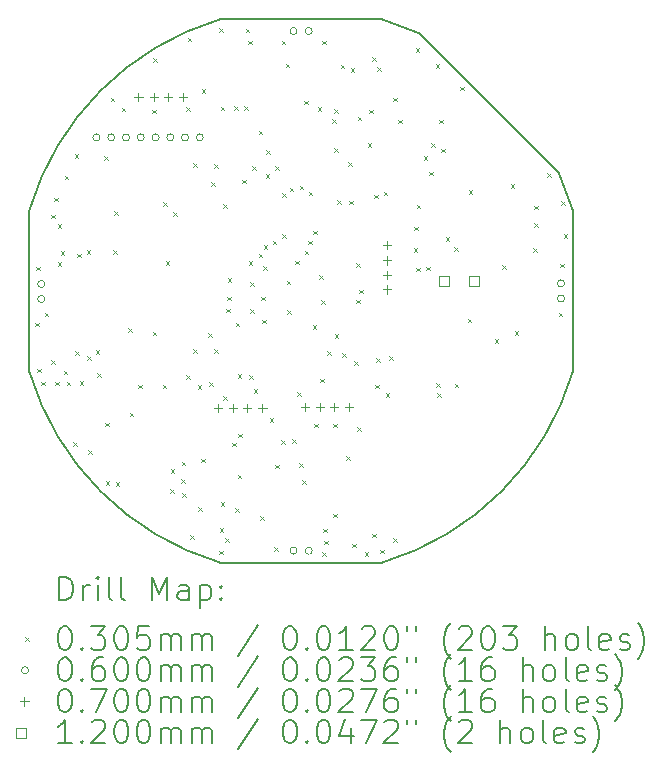
<source format=gbr>
%TF.GenerationSoftware,KiCad,Pcbnew,9.0.4*%
%TF.CreationDate,2026-01-16T16:12:58-08:00*%
%TF.ProjectId,u_anemometer,755f616e-656d-46f6-9d65-7465722e6b69,rev?*%
%TF.SameCoordinates,Original*%
%TF.FileFunction,Drillmap*%
%TF.FilePolarity,Positive*%
%FSLAX45Y45*%
G04 Gerber Fmt 4.5, Leading zero omitted, Abs format (unit mm)*
G04 Created by KiCad (PCBNEW 9.0.4) date 2026-01-16 16:12:58*
%MOMM*%
%LPD*%
G01*
G04 APERTURE LIST*
%ADD10C,0.150000*%
%ADD11C,0.200000*%
%ADD12C,0.100000*%
%ADD13C,0.120000*%
G04 APERTURE END LIST*
D10*
X17300500Y-11683747D02*
G75*
G02*
X15685549Y-13299950I-2300454J683719D01*
G01*
X17182507Y-10001957D02*
G75*
G02*
X17300751Y-10317251I-2189057J-1000773D01*
G01*
X15000000Y-13299950D02*
X14314729Y-13300200D01*
X15000000Y-8700050D02*
X14313701Y-8700300D01*
X12700300Y-10313701D02*
G75*
G02*
X14313701Y-8700300I2299700J-686299D01*
G01*
X14314729Y-13300200D02*
G75*
G02*
X12700046Y-11686051I685231J2300140D01*
G01*
X15000000Y-8700050D02*
X15685717Y-8700050D01*
X15685717Y-8700050D02*
G75*
G02*
X15999749Y-8818151I-685577J-2299530D01*
G01*
X17299950Y-11000000D02*
X17300750Y-10317251D01*
X17299950Y-11000000D02*
X17300500Y-11683747D01*
X15000000Y-13299950D02*
X15685549Y-13299950D01*
X12700050Y-11000000D02*
X12700300Y-10313701D01*
X17182507Y-10001957D02*
X15999750Y-8818150D01*
X12700050Y-11000000D02*
X12700050Y-11686050D01*
D11*
D12*
X12749750Y-11269750D02*
X12780250Y-11300250D01*
X12780250Y-11269750D02*
X12749750Y-11300250D01*
X12759750Y-10794750D02*
X12790250Y-10825250D01*
X12790250Y-10794750D02*
X12759750Y-10825250D01*
X12764750Y-11659750D02*
X12795250Y-11690250D01*
X12795250Y-11659750D02*
X12764750Y-11690250D01*
X12799750Y-11769750D02*
X12830250Y-11800250D01*
X12830250Y-11769750D02*
X12799750Y-11800250D01*
X12829800Y-11184650D02*
X12860300Y-11215150D01*
X12860300Y-11184650D02*
X12829800Y-11215150D01*
X12884750Y-10354750D02*
X12915250Y-10385250D01*
X12915250Y-10354750D02*
X12884750Y-10385250D01*
X12884750Y-11584750D02*
X12915250Y-11615250D01*
X12915250Y-11584750D02*
X12884750Y-11615250D01*
X12909750Y-10209750D02*
X12940250Y-10240250D01*
X12940250Y-10209750D02*
X12909750Y-10240250D01*
X12919750Y-11769750D02*
X12950250Y-11800250D01*
X12950250Y-11769750D02*
X12919750Y-11800250D01*
X12939750Y-10434750D02*
X12970250Y-10465250D01*
X12970250Y-10434750D02*
X12939750Y-10465250D01*
X12939750Y-10754750D02*
X12970250Y-10785250D01*
X12970250Y-10754750D02*
X12939750Y-10785250D01*
X12964750Y-10664750D02*
X12995250Y-10695250D01*
X12995250Y-10664750D02*
X12964750Y-10695250D01*
X12989750Y-11674750D02*
X13020250Y-11705250D01*
X13020250Y-11674750D02*
X12989750Y-11705250D01*
X12999750Y-10024750D02*
X13030250Y-10055250D01*
X13030250Y-10024750D02*
X12999750Y-10055250D01*
X13014750Y-11769750D02*
X13045250Y-11800250D01*
X13045250Y-11769750D02*
X13014750Y-11800250D01*
X13069750Y-12279750D02*
X13100250Y-12310250D01*
X13100250Y-12279750D02*
X13069750Y-12310250D01*
X13084750Y-9844750D02*
X13115250Y-9875250D01*
X13115250Y-9844750D02*
X13084750Y-9875250D01*
X13089750Y-11509750D02*
X13120250Y-11540250D01*
X13120250Y-11509750D02*
X13089750Y-11540250D01*
X13104750Y-10684750D02*
X13135250Y-10715250D01*
X13135250Y-10684750D02*
X13104750Y-10715250D01*
X13124750Y-11764750D02*
X13155250Y-11795250D01*
X13155250Y-11764750D02*
X13124750Y-11795250D01*
X13184750Y-10654750D02*
X13215250Y-10685250D01*
X13215250Y-10654750D02*
X13184750Y-10685250D01*
X13189750Y-11554750D02*
X13220250Y-11585250D01*
X13220250Y-11554750D02*
X13189750Y-11585250D01*
X13199750Y-12349750D02*
X13230250Y-12380250D01*
X13230250Y-12349750D02*
X13199750Y-12380250D01*
X13259750Y-11499750D02*
X13290250Y-11530250D01*
X13290250Y-11499750D02*
X13259750Y-11530250D01*
X13274750Y-11694750D02*
X13305250Y-11725250D01*
X13305250Y-11694750D02*
X13274750Y-11725250D01*
X13331750Y-9859750D02*
X13362250Y-9890250D01*
X13362250Y-9859750D02*
X13331750Y-9890250D01*
X13339750Y-12114750D02*
X13370250Y-12145250D01*
X13370250Y-12114750D02*
X13339750Y-12145250D01*
X13344750Y-12609750D02*
X13375250Y-12640250D01*
X13375250Y-12609750D02*
X13344750Y-12640250D01*
X13389650Y-9364750D02*
X13420150Y-9395250D01*
X13420150Y-9364750D02*
X13389650Y-9395250D01*
X13409750Y-10654750D02*
X13440250Y-10685250D01*
X13440250Y-10654750D02*
X13409750Y-10685250D01*
X13419750Y-10324750D02*
X13450250Y-10355250D01*
X13450250Y-10324750D02*
X13419750Y-10355250D01*
X13429750Y-12619750D02*
X13460250Y-12650250D01*
X13460250Y-12619750D02*
X13429750Y-12650250D01*
X13479750Y-9449750D02*
X13510250Y-9480250D01*
X13510250Y-9449750D02*
X13479750Y-9480250D01*
X13538650Y-11314650D02*
X13569150Y-11345150D01*
X13569150Y-11314650D02*
X13538650Y-11345150D01*
X13549750Y-12029750D02*
X13580250Y-12060250D01*
X13580250Y-12029750D02*
X13549750Y-12060250D01*
X13619750Y-11794750D02*
X13650250Y-11825250D01*
X13650250Y-11794750D02*
X13619750Y-11825250D01*
X13739750Y-9464750D02*
X13770250Y-9495250D01*
X13770250Y-9464750D02*
X13739750Y-9495250D01*
X13744750Y-11344750D02*
X13775250Y-11375250D01*
X13775250Y-11344750D02*
X13744750Y-11375250D01*
X13749750Y-9029750D02*
X13780250Y-9060250D01*
X13780250Y-9029750D02*
X13749750Y-9060250D01*
X13829750Y-11794750D02*
X13860250Y-11825250D01*
X13860250Y-11794750D02*
X13829750Y-11825250D01*
X13834750Y-10249750D02*
X13865250Y-10280250D01*
X13865250Y-10249750D02*
X13834750Y-10280250D01*
X13853755Y-10745745D02*
X13884255Y-10776245D01*
X13884255Y-10745745D02*
X13853755Y-10776245D01*
X13889750Y-12679750D02*
X13920250Y-12710250D01*
X13920250Y-12679750D02*
X13889750Y-12710250D01*
X13894750Y-12509750D02*
X13925250Y-12540250D01*
X13925250Y-12509750D02*
X13894750Y-12540250D01*
X13914750Y-10334750D02*
X13945250Y-10365250D01*
X13945250Y-10334750D02*
X13914750Y-10365250D01*
X13984750Y-12594750D02*
X14015250Y-12625250D01*
X14015250Y-12594750D02*
X13984750Y-12625250D01*
X13989750Y-12444750D02*
X14020250Y-12475250D01*
X14020250Y-12444750D02*
X13989750Y-12475250D01*
X13994750Y-12714750D02*
X14025250Y-12745250D01*
X14025250Y-12714750D02*
X13994750Y-12745250D01*
X14024750Y-9444750D02*
X14055250Y-9475250D01*
X14055250Y-9444750D02*
X14024750Y-9475250D01*
X14024750Y-11714750D02*
X14055250Y-11745250D01*
X14055250Y-11714750D02*
X14024750Y-11745250D01*
X14039750Y-8854750D02*
X14070250Y-8885250D01*
X14070250Y-8854750D02*
X14039750Y-8885250D01*
X14059750Y-13069750D02*
X14090250Y-13100250D01*
X14090250Y-13069750D02*
X14059750Y-13100250D01*
X14084750Y-9919750D02*
X14115250Y-9950250D01*
X14115250Y-9919750D02*
X14084750Y-9950250D01*
X14084750Y-11494750D02*
X14115250Y-11525250D01*
X14115250Y-11494750D02*
X14084750Y-11525250D01*
X14124700Y-11799850D02*
X14155200Y-11830350D01*
X14155200Y-11799850D02*
X14124700Y-11830350D01*
X14129800Y-12829800D02*
X14160300Y-12860300D01*
X14160300Y-12829800D02*
X14129800Y-12860300D01*
X14154700Y-12419350D02*
X14185200Y-12449850D01*
X14185200Y-12419350D02*
X14154700Y-12449850D01*
X14159750Y-9289750D02*
X14190250Y-9320250D01*
X14190250Y-9289750D02*
X14159750Y-9320250D01*
X14214750Y-11359750D02*
X14245250Y-11390250D01*
X14245250Y-11359750D02*
X14214750Y-11390250D01*
X14219750Y-11774750D02*
X14250250Y-11805250D01*
X14250250Y-11774750D02*
X14219750Y-11805250D01*
X14239750Y-10079750D02*
X14270250Y-10110250D01*
X14270250Y-10079750D02*
X14239750Y-10110250D01*
X14264750Y-9924750D02*
X14295250Y-9955250D01*
X14295250Y-9924750D02*
X14264750Y-9955250D01*
X14264750Y-11494750D02*
X14295250Y-11525250D01*
X14295250Y-11494750D02*
X14264750Y-11525250D01*
X14304750Y-8774750D02*
X14335250Y-8805250D01*
X14335250Y-8774750D02*
X14304750Y-8805250D01*
X14304750Y-13199750D02*
X14335250Y-13230250D01*
X14335250Y-13199750D02*
X14304750Y-13230250D01*
X14309750Y-13009750D02*
X14340250Y-13040250D01*
X14340250Y-13009750D02*
X14309750Y-13040250D01*
X14319750Y-9439750D02*
X14350250Y-9470250D01*
X14350250Y-9439750D02*
X14319750Y-9470250D01*
X14319750Y-12789750D02*
X14350250Y-12820250D01*
X14350250Y-12789750D02*
X14319750Y-12820250D01*
X14339750Y-10264750D02*
X14370250Y-10295250D01*
X14370250Y-10264750D02*
X14339750Y-10295250D01*
X14339750Y-11889750D02*
X14370250Y-11920250D01*
X14370250Y-11889750D02*
X14339750Y-11920250D01*
X14359750Y-13094750D02*
X14390250Y-13125250D01*
X14390250Y-13094750D02*
X14359750Y-13125250D01*
X14364750Y-11149750D02*
X14395250Y-11180250D01*
X14395250Y-11149750D02*
X14364750Y-11180250D01*
X14374750Y-11047250D02*
X14405250Y-11077750D01*
X14405250Y-11047250D02*
X14374750Y-11077750D01*
X14379750Y-10894750D02*
X14410250Y-10925250D01*
X14410250Y-10894750D02*
X14379750Y-10925250D01*
X14414750Y-12284750D02*
X14445250Y-12315250D01*
X14445250Y-12284750D02*
X14414750Y-12315250D01*
X14434750Y-9434750D02*
X14465250Y-9465250D01*
X14465250Y-9434750D02*
X14434750Y-9465250D01*
X14439750Y-12839750D02*
X14470250Y-12870250D01*
X14470250Y-12839750D02*
X14439750Y-12870250D01*
X14444750Y-11269750D02*
X14475250Y-11300250D01*
X14475250Y-11269750D02*
X14444750Y-11300250D01*
X14464750Y-11704750D02*
X14495250Y-11735250D01*
X14495250Y-11704750D02*
X14464750Y-11735250D01*
X14464750Y-12554750D02*
X14495250Y-12585250D01*
X14495250Y-12554750D02*
X14464750Y-12585250D01*
X14469750Y-12209750D02*
X14500250Y-12240250D01*
X14500250Y-12209750D02*
X14469750Y-12240250D01*
X14499750Y-10059750D02*
X14530250Y-10090250D01*
X14530250Y-10059750D02*
X14499750Y-10090250D01*
X14519750Y-9434750D02*
X14550250Y-9465250D01*
X14550250Y-9434750D02*
X14519750Y-9465250D01*
X14529750Y-8779750D02*
X14560250Y-8810250D01*
X14560250Y-8779750D02*
X14529750Y-8810250D01*
X14549750Y-8879750D02*
X14580250Y-8910250D01*
X14580250Y-8879750D02*
X14549750Y-8910250D01*
X14554750Y-10749750D02*
X14585250Y-10780250D01*
X14585250Y-10749750D02*
X14554750Y-10780250D01*
X14559750Y-11714750D02*
X14590250Y-11745250D01*
X14590250Y-11714750D02*
X14559750Y-11745250D01*
X14569750Y-10924750D02*
X14600250Y-10955250D01*
X14600250Y-10924750D02*
X14569750Y-10955250D01*
X14569750Y-11154750D02*
X14600250Y-11185250D01*
X14600250Y-11154750D02*
X14569750Y-11185250D01*
X14584750Y-9944750D02*
X14615250Y-9975250D01*
X14615250Y-9944750D02*
X14584750Y-9975250D01*
X14599750Y-11829750D02*
X14630250Y-11860250D01*
X14630250Y-11829750D02*
X14599750Y-11860250D01*
X14639750Y-9644750D02*
X14670250Y-9675250D01*
X14670250Y-9644750D02*
X14639750Y-9675250D01*
X14639750Y-10684750D02*
X14670250Y-10715250D01*
X14670250Y-10684750D02*
X14639750Y-10715250D01*
X14654750Y-12904750D02*
X14685250Y-12935250D01*
X14685250Y-12904750D02*
X14654750Y-12935250D01*
X14664750Y-11049750D02*
X14695250Y-11080250D01*
X14695250Y-11049750D02*
X14664750Y-11080250D01*
X14669750Y-11244750D02*
X14700250Y-11275250D01*
X14700250Y-11244750D02*
X14669750Y-11275250D01*
X14679750Y-10789750D02*
X14710250Y-10820250D01*
X14710250Y-10789750D02*
X14679750Y-10820250D01*
X14684750Y-10614750D02*
X14715250Y-10645250D01*
X14715250Y-10614750D02*
X14684750Y-10645250D01*
X14699750Y-10009750D02*
X14730250Y-10040250D01*
X14730250Y-10009750D02*
X14699750Y-10040250D01*
X14704750Y-9809750D02*
X14735250Y-9840250D01*
X14735250Y-9809750D02*
X14704750Y-9840250D01*
X14734750Y-12079750D02*
X14765250Y-12110250D01*
X14765250Y-12079750D02*
X14734750Y-12110250D01*
X14759750Y-10574750D02*
X14790250Y-10605250D01*
X14790250Y-10574750D02*
X14759750Y-10605250D01*
X14774750Y-13169750D02*
X14805250Y-13200250D01*
X14805250Y-13169750D02*
X14774750Y-13200250D01*
X14779750Y-9944750D02*
X14810250Y-9975250D01*
X14810250Y-9944750D02*
X14779750Y-9975250D01*
X14779750Y-12469750D02*
X14810250Y-12500250D01*
X14810250Y-12469750D02*
X14779750Y-12500250D01*
X14829750Y-12264750D02*
X14860250Y-12295250D01*
X14860250Y-12264750D02*
X14829750Y-12295250D01*
X14834750Y-8879750D02*
X14865250Y-8910250D01*
X14865250Y-8879750D02*
X14834750Y-8910250D01*
X14839750Y-10174750D02*
X14870250Y-10205250D01*
X14870250Y-10174750D02*
X14839750Y-10205250D01*
X14839750Y-10519750D02*
X14870250Y-10550250D01*
X14870250Y-10519750D02*
X14839750Y-10550250D01*
X14869750Y-9074750D02*
X14900250Y-9105250D01*
X14900250Y-9074750D02*
X14869750Y-9105250D01*
X14879750Y-10914750D02*
X14910250Y-10945250D01*
X14910250Y-10914750D02*
X14879750Y-10945250D01*
X14884750Y-11164750D02*
X14915250Y-11195250D01*
X14915250Y-11164750D02*
X14884750Y-11195250D01*
X14904750Y-10124750D02*
X14935250Y-10155250D01*
X14935250Y-10124750D02*
X14904750Y-10155250D01*
X14924750Y-12254750D02*
X14955250Y-12285250D01*
X14955250Y-12254750D02*
X14924750Y-12285250D01*
X14949700Y-10744700D02*
X14980200Y-10775200D01*
X14980200Y-10744700D02*
X14949700Y-10775200D01*
X14964750Y-11859750D02*
X14995250Y-11890250D01*
X14995250Y-11859750D02*
X14964750Y-11890250D01*
X14984750Y-12459750D02*
X15015250Y-12490250D01*
X15015250Y-12459750D02*
X14984750Y-12490250D01*
X14989750Y-10109750D02*
X15020250Y-10140250D01*
X15020250Y-10109750D02*
X14989750Y-10140250D01*
X15009750Y-12604750D02*
X15040250Y-12635250D01*
X15040250Y-12604750D02*
X15009750Y-12635250D01*
X15024750Y-9389750D02*
X15055250Y-9420250D01*
X15055250Y-9389750D02*
X15024750Y-9420250D01*
X15029700Y-10659650D02*
X15060200Y-10690150D01*
X15060200Y-10659650D02*
X15029700Y-10690150D01*
X15059750Y-10574750D02*
X15090250Y-10605250D01*
X15090250Y-10574750D02*
X15059750Y-10605250D01*
X15064750Y-10159750D02*
X15095250Y-10190250D01*
X15095250Y-10159750D02*
X15064750Y-10190250D01*
X15097250Y-11289750D02*
X15127750Y-11320250D01*
X15127750Y-11289750D02*
X15097250Y-11320250D01*
X15104750Y-10489750D02*
X15135250Y-10520250D01*
X15135250Y-10489750D02*
X15104750Y-10520250D01*
X15109750Y-12124750D02*
X15140250Y-12155250D01*
X15140250Y-12124750D02*
X15109750Y-12155250D01*
X15139750Y-9444750D02*
X15170250Y-9475250D01*
X15170250Y-9444750D02*
X15139750Y-9475250D01*
X15154750Y-10864750D02*
X15185250Y-10895250D01*
X15185250Y-10864750D02*
X15154750Y-10895250D01*
X15159750Y-11744750D02*
X15190250Y-11775250D01*
X15190250Y-11744750D02*
X15159750Y-11775250D01*
X15169750Y-11079750D02*
X15200250Y-11110250D01*
X15200250Y-11079750D02*
X15169750Y-11110250D01*
X15179750Y-8879750D02*
X15210250Y-8910250D01*
X15210250Y-8879750D02*
X15179750Y-8910250D01*
X15179750Y-13209750D02*
X15210250Y-13240250D01*
X15210250Y-13209750D02*
X15179750Y-13240250D01*
X15184750Y-13014750D02*
X15215250Y-13045250D01*
X15215250Y-13014750D02*
X15184750Y-13045250D01*
X15194750Y-13114750D02*
X15225250Y-13145250D01*
X15225250Y-13114750D02*
X15194750Y-13145250D01*
X15219750Y-11509750D02*
X15250250Y-11540250D01*
X15250250Y-11509750D02*
X15219750Y-11540250D01*
X15264650Y-9544800D02*
X15295150Y-9575300D01*
X15295150Y-9544800D02*
X15264650Y-9575300D01*
X15269750Y-12124700D02*
X15300250Y-12155200D01*
X15300250Y-12124700D02*
X15269750Y-12155200D01*
X15274375Y-12884750D02*
X15304875Y-12915250D01*
X15304875Y-12884750D02*
X15274375Y-12915250D01*
X15279750Y-9459750D02*
X15310250Y-9490250D01*
X15310250Y-9459750D02*
X15279750Y-9490250D01*
X15279750Y-9789750D02*
X15310250Y-9820250D01*
X15310250Y-9789750D02*
X15279750Y-9820250D01*
X15284750Y-11364750D02*
X15315250Y-11395250D01*
X15315250Y-11364750D02*
X15284750Y-11395250D01*
X15304750Y-10229750D02*
X15335250Y-10260250D01*
X15335250Y-10229750D02*
X15304750Y-10260250D01*
X15334750Y-9084750D02*
X15365250Y-9115250D01*
X15365250Y-9084750D02*
X15334750Y-9115250D01*
X15349750Y-11529750D02*
X15380250Y-11560250D01*
X15380250Y-11529750D02*
X15349750Y-11560250D01*
X15379750Y-12399750D02*
X15410250Y-12430250D01*
X15410250Y-12399750D02*
X15379750Y-12430250D01*
X15399750Y-9909750D02*
X15430250Y-9940250D01*
X15430250Y-9909750D02*
X15399750Y-9940250D01*
X15409750Y-10234750D02*
X15440250Y-10265250D01*
X15440250Y-10234750D02*
X15409750Y-10265250D01*
X15419750Y-9114750D02*
X15450250Y-9145250D01*
X15450250Y-9114750D02*
X15419750Y-9145250D01*
X15434750Y-13139750D02*
X15465250Y-13170250D01*
X15465250Y-13139750D02*
X15434750Y-13170250D01*
X15449750Y-11594750D02*
X15480250Y-11625250D01*
X15480250Y-11594750D02*
X15449750Y-11625250D01*
X15464750Y-10764750D02*
X15495250Y-10795250D01*
X15495250Y-10764750D02*
X15464750Y-10795250D01*
X15464750Y-11074750D02*
X15495250Y-11105250D01*
X15495250Y-11074750D02*
X15464750Y-11105250D01*
X15474750Y-12154750D02*
X15505250Y-12185250D01*
X15505250Y-12154750D02*
X15474750Y-12185250D01*
X15479750Y-9524750D02*
X15510250Y-9555250D01*
X15510250Y-9524750D02*
X15479750Y-9555250D01*
X15489750Y-10989750D02*
X15520250Y-11020250D01*
X15520250Y-10989750D02*
X15489750Y-11020250D01*
X15539750Y-13209750D02*
X15570250Y-13240250D01*
X15570250Y-13209750D02*
X15539750Y-13240250D01*
X15564750Y-9749750D02*
X15595250Y-9780250D01*
X15595250Y-9749750D02*
X15564750Y-9780250D01*
X15574750Y-9464750D02*
X15605250Y-9495250D01*
X15605250Y-9464750D02*
X15574750Y-9495250D01*
X15599750Y-9019750D02*
X15630250Y-9050250D01*
X15630250Y-9019750D02*
X15599750Y-9050250D01*
X15599750Y-13054750D02*
X15630250Y-13085250D01*
X15630250Y-13054750D02*
X15599750Y-13085250D01*
X15619750Y-10184750D02*
X15650250Y-10215250D01*
X15650250Y-10184750D02*
X15619750Y-10215250D01*
X15629750Y-11794750D02*
X15660250Y-11825250D01*
X15660250Y-11794750D02*
X15629750Y-11825250D01*
X15634750Y-11569750D02*
X15665250Y-11600250D01*
X15665250Y-11569750D02*
X15634750Y-11600250D01*
X15644750Y-9104750D02*
X15675250Y-9135250D01*
X15675250Y-9104750D02*
X15644750Y-9135250D01*
X15669750Y-13189750D02*
X15700250Y-13220250D01*
X15700250Y-13189750D02*
X15669750Y-13220250D01*
X15699750Y-10159750D02*
X15730250Y-10190250D01*
X15730250Y-10159750D02*
X15699750Y-10190250D01*
X15714750Y-11864750D02*
X15745250Y-11895250D01*
X15745250Y-11864750D02*
X15714750Y-11895250D01*
X15744750Y-11554750D02*
X15775250Y-11585250D01*
X15775250Y-11554750D02*
X15744750Y-11585250D01*
X15779750Y-9364750D02*
X15810250Y-9395250D01*
X15810250Y-9364750D02*
X15779750Y-9395250D01*
X15779750Y-13094750D02*
X15810250Y-13125250D01*
X15810250Y-13094750D02*
X15779750Y-13125250D01*
X15819750Y-9549750D02*
X15850250Y-9580250D01*
X15850250Y-9549750D02*
X15819750Y-9580250D01*
X15954750Y-10639750D02*
X15985250Y-10670250D01*
X15985250Y-10639750D02*
X15954750Y-10670250D01*
X15959750Y-10454750D02*
X15990250Y-10485250D01*
X15990250Y-10454750D02*
X15959750Y-10485250D01*
X15969750Y-8944750D02*
X16000250Y-8975250D01*
X16000250Y-8944750D02*
X15969750Y-8975250D01*
X15974750Y-10804750D02*
X16005250Y-10835250D01*
X16005250Y-10804750D02*
X15974750Y-10835250D01*
X15979750Y-10269750D02*
X16010250Y-10300250D01*
X16010250Y-10269750D02*
X15979750Y-10300250D01*
X16039750Y-9859750D02*
X16070250Y-9890250D01*
X16070250Y-9859750D02*
X16039750Y-9890250D01*
X16059750Y-10794750D02*
X16090250Y-10825250D01*
X16090250Y-10794750D02*
X16059750Y-10825250D01*
X16084750Y-9989750D02*
X16115250Y-10020250D01*
X16115250Y-9989750D02*
X16084750Y-10020250D01*
X16099750Y-9749750D02*
X16130250Y-9780250D01*
X16130250Y-9749750D02*
X16099750Y-9780250D01*
X16139550Y-9079750D02*
X16170050Y-9110250D01*
X16170050Y-9079750D02*
X16139550Y-9110250D01*
X16144750Y-11779750D02*
X16175250Y-11810250D01*
X16175250Y-11779750D02*
X16144750Y-11810250D01*
X16154750Y-11864750D02*
X16185250Y-11895250D01*
X16185250Y-11864750D02*
X16154750Y-11895250D01*
X16169750Y-9549750D02*
X16200250Y-9580250D01*
X16200250Y-9549750D02*
X16169750Y-9580250D01*
X16184750Y-9794750D02*
X16215250Y-9825250D01*
X16215250Y-9794750D02*
X16184750Y-9825250D01*
X16224750Y-10544750D02*
X16255250Y-10575250D01*
X16255250Y-10544750D02*
X16224750Y-10575250D01*
X16294750Y-10629750D02*
X16325250Y-10660250D01*
X16325250Y-10629750D02*
X16294750Y-10660250D01*
X16299750Y-11784750D02*
X16330250Y-11815250D01*
X16330250Y-11784750D02*
X16299750Y-11815250D01*
X16344750Y-9269750D02*
X16375250Y-9300250D01*
X16375250Y-9269750D02*
X16344750Y-9300250D01*
X16411900Y-11234750D02*
X16442400Y-11265250D01*
X16442400Y-11234750D02*
X16411900Y-11265250D01*
X16419750Y-10144750D02*
X16450250Y-10175250D01*
X16450250Y-10144750D02*
X16419750Y-10175250D01*
X16639750Y-11409750D02*
X16670250Y-11440250D01*
X16670250Y-11409750D02*
X16639750Y-11440250D01*
X16704750Y-10779750D02*
X16735250Y-10810250D01*
X16735250Y-10779750D02*
X16704750Y-10810250D01*
X16774250Y-10094750D02*
X16804750Y-10125250D01*
X16804750Y-10094750D02*
X16774250Y-10125250D01*
X16809750Y-11339750D02*
X16840250Y-11370250D01*
X16840250Y-11339750D02*
X16809750Y-11370250D01*
X16964750Y-10639750D02*
X16995250Y-10670250D01*
X16995250Y-10639750D02*
X16964750Y-10670250D01*
X16974850Y-10279650D02*
X17005350Y-10310150D01*
X17005350Y-10279650D02*
X16974850Y-10310150D01*
X16974850Y-10424650D02*
X17005350Y-10455150D01*
X17005350Y-10424650D02*
X16974850Y-10455150D01*
X17084750Y-10004750D02*
X17115250Y-10035250D01*
X17115250Y-10004750D02*
X17084750Y-10035250D01*
X17179750Y-11184750D02*
X17210250Y-11215250D01*
X17210250Y-11184750D02*
X17179750Y-11215250D01*
X17194750Y-10769750D02*
X17225250Y-10800250D01*
X17225250Y-10769750D02*
X17194750Y-10800250D01*
X17204750Y-10239750D02*
X17235250Y-10270250D01*
X17235250Y-10239750D02*
X17204750Y-10270250D01*
X17224750Y-10519750D02*
X17255250Y-10550250D01*
X17255250Y-10519750D02*
X17224750Y-10550250D01*
X12830000Y-10941000D02*
G75*
G02*
X12770000Y-10941000I-30000J0D01*
G01*
X12770000Y-10941000D02*
G75*
G02*
X12830000Y-10941000I30000J0D01*
G01*
X12830000Y-11069000D02*
G75*
G02*
X12770000Y-11069000I-30000J0D01*
G01*
X12770000Y-11069000D02*
G75*
G02*
X12830000Y-11069000I30000J0D01*
G01*
X13297500Y-9700000D02*
G75*
G02*
X13237500Y-9700000I-30000J0D01*
G01*
X13237500Y-9700000D02*
G75*
G02*
X13297500Y-9700000I30000J0D01*
G01*
X13422500Y-9700000D02*
G75*
G02*
X13362500Y-9700000I-30000J0D01*
G01*
X13362500Y-9700000D02*
G75*
G02*
X13422500Y-9700000I30000J0D01*
G01*
X13547500Y-9700000D02*
G75*
G02*
X13487500Y-9700000I-30000J0D01*
G01*
X13487500Y-9700000D02*
G75*
G02*
X13547500Y-9700000I30000J0D01*
G01*
X13672500Y-9700000D02*
G75*
G02*
X13612500Y-9700000I-30000J0D01*
G01*
X13612500Y-9700000D02*
G75*
G02*
X13672500Y-9700000I30000J0D01*
G01*
X13797500Y-9700000D02*
G75*
G02*
X13737500Y-9700000I-30000J0D01*
G01*
X13737500Y-9700000D02*
G75*
G02*
X13797500Y-9700000I30000J0D01*
G01*
X13922500Y-9700000D02*
G75*
G02*
X13862500Y-9700000I-30000J0D01*
G01*
X13862500Y-9700000D02*
G75*
G02*
X13922500Y-9700000I30000J0D01*
G01*
X14047500Y-9700000D02*
G75*
G02*
X13987500Y-9700000I-30000J0D01*
G01*
X13987500Y-9700000D02*
G75*
G02*
X14047500Y-9700000I30000J0D01*
G01*
X14172500Y-9700000D02*
G75*
G02*
X14112500Y-9700000I-30000J0D01*
G01*
X14112500Y-9700000D02*
G75*
G02*
X14172500Y-9700000I30000J0D01*
G01*
X14966000Y-8800000D02*
G75*
G02*
X14906000Y-8800000I-30000J0D01*
G01*
X14906000Y-8800000D02*
G75*
G02*
X14966000Y-8800000I30000J0D01*
G01*
X14966000Y-13200000D02*
G75*
G02*
X14906000Y-13200000I-30000J0D01*
G01*
X14906000Y-13200000D02*
G75*
G02*
X14966000Y-13200000I30000J0D01*
G01*
X15094000Y-8800000D02*
G75*
G02*
X15034000Y-8800000I-30000J0D01*
G01*
X15034000Y-8800000D02*
G75*
G02*
X15094000Y-8800000I30000J0D01*
G01*
X15094000Y-13200000D02*
G75*
G02*
X15034000Y-13200000I-30000J0D01*
G01*
X15034000Y-13200000D02*
G75*
G02*
X15094000Y-13200000I30000J0D01*
G01*
X17230000Y-10936000D02*
G75*
G02*
X17170000Y-10936000I-30000J0D01*
G01*
X17170000Y-10936000D02*
G75*
G02*
X17230000Y-10936000I30000J0D01*
G01*
X17230000Y-11064000D02*
G75*
G02*
X17170000Y-11064000I-30000J0D01*
G01*
X17170000Y-11064000D02*
G75*
G02*
X17230000Y-11064000I30000J0D01*
G01*
X13622550Y-9320000D02*
X13622550Y-9390000D01*
X13587550Y-9355000D02*
X13657550Y-9355000D01*
X13751600Y-9320000D02*
X13751600Y-9390000D01*
X13716600Y-9355000D02*
X13786600Y-9355000D01*
X13872500Y-9320000D02*
X13872500Y-9390000D01*
X13837500Y-9355000D02*
X13907500Y-9355000D01*
X13997450Y-9320000D02*
X13997450Y-9390000D01*
X13962450Y-9355000D02*
X14032450Y-9355000D01*
X14297550Y-11955000D02*
X14297550Y-12025000D01*
X14262550Y-11990000D02*
X14332550Y-11990000D01*
X14422500Y-11955000D02*
X14422500Y-12025000D01*
X14387500Y-11990000D02*
X14457500Y-11990000D01*
X14543400Y-11955000D02*
X14543400Y-12025000D01*
X14508400Y-11990000D02*
X14578400Y-11990000D01*
X14672450Y-11955000D02*
X14672450Y-12025000D01*
X14637450Y-11990000D02*
X14707450Y-11990000D01*
X15032550Y-11950000D02*
X15032550Y-12020000D01*
X14997550Y-11985000D02*
X15067550Y-11985000D01*
X15157500Y-11950000D02*
X15157500Y-12020000D01*
X15122500Y-11985000D02*
X15192500Y-11985000D01*
X15278400Y-11950000D02*
X15278400Y-12020000D01*
X15243400Y-11985000D02*
X15313400Y-11985000D01*
X15407450Y-11950000D02*
X15407450Y-12020000D01*
X15372450Y-11985000D02*
X15442450Y-11985000D01*
X15725000Y-10577550D02*
X15725000Y-10647550D01*
X15690000Y-10612550D02*
X15760000Y-10612550D01*
X15725000Y-10706600D02*
X15725000Y-10776600D01*
X15690000Y-10741600D02*
X15760000Y-10741600D01*
X15725000Y-10827500D02*
X15725000Y-10897500D01*
X15690000Y-10862500D02*
X15760000Y-10862500D01*
X15725000Y-10952450D02*
X15725000Y-11022450D01*
X15690000Y-10987450D02*
X15760000Y-10987450D01*
D13*
X16250427Y-10962427D02*
X16250427Y-10877573D01*
X16165573Y-10877573D01*
X16165573Y-10962427D01*
X16250427Y-10962427D01*
X16504427Y-10962427D02*
X16504427Y-10877573D01*
X16419573Y-10877573D01*
X16419573Y-10962427D01*
X16504427Y-10962427D01*
D11*
X12953327Y-13619184D02*
X12953327Y-13419184D01*
X12953327Y-13419184D02*
X13000946Y-13419184D01*
X13000946Y-13419184D02*
X13029517Y-13428708D01*
X13029517Y-13428708D02*
X13048565Y-13447755D01*
X13048565Y-13447755D02*
X13058089Y-13466803D01*
X13058089Y-13466803D02*
X13067612Y-13504898D01*
X13067612Y-13504898D02*
X13067612Y-13533470D01*
X13067612Y-13533470D02*
X13058089Y-13571565D01*
X13058089Y-13571565D02*
X13048565Y-13590613D01*
X13048565Y-13590613D02*
X13029517Y-13609660D01*
X13029517Y-13609660D02*
X13000946Y-13619184D01*
X13000946Y-13619184D02*
X12953327Y-13619184D01*
X13153327Y-13619184D02*
X13153327Y-13485851D01*
X13153327Y-13523946D02*
X13162851Y-13504898D01*
X13162851Y-13504898D02*
X13172374Y-13495374D01*
X13172374Y-13495374D02*
X13191422Y-13485851D01*
X13191422Y-13485851D02*
X13210470Y-13485851D01*
X13277136Y-13619184D02*
X13277136Y-13485851D01*
X13277136Y-13419184D02*
X13267612Y-13428708D01*
X13267612Y-13428708D02*
X13277136Y-13438232D01*
X13277136Y-13438232D02*
X13286660Y-13428708D01*
X13286660Y-13428708D02*
X13277136Y-13419184D01*
X13277136Y-13419184D02*
X13277136Y-13438232D01*
X13400946Y-13619184D02*
X13381898Y-13609660D01*
X13381898Y-13609660D02*
X13372374Y-13590613D01*
X13372374Y-13590613D02*
X13372374Y-13419184D01*
X13505708Y-13619184D02*
X13486660Y-13609660D01*
X13486660Y-13609660D02*
X13477136Y-13590613D01*
X13477136Y-13590613D02*
X13477136Y-13419184D01*
X13734279Y-13619184D02*
X13734279Y-13419184D01*
X13734279Y-13419184D02*
X13800946Y-13562041D01*
X13800946Y-13562041D02*
X13867612Y-13419184D01*
X13867612Y-13419184D02*
X13867612Y-13619184D01*
X14048565Y-13619184D02*
X14048565Y-13514422D01*
X14048565Y-13514422D02*
X14039041Y-13495374D01*
X14039041Y-13495374D02*
X14019993Y-13485851D01*
X14019993Y-13485851D02*
X13981898Y-13485851D01*
X13981898Y-13485851D02*
X13962851Y-13495374D01*
X14048565Y-13609660D02*
X14029517Y-13619184D01*
X14029517Y-13619184D02*
X13981898Y-13619184D01*
X13981898Y-13619184D02*
X13962851Y-13609660D01*
X13962851Y-13609660D02*
X13953327Y-13590613D01*
X13953327Y-13590613D02*
X13953327Y-13571565D01*
X13953327Y-13571565D02*
X13962851Y-13552517D01*
X13962851Y-13552517D02*
X13981898Y-13542994D01*
X13981898Y-13542994D02*
X14029517Y-13542994D01*
X14029517Y-13542994D02*
X14048565Y-13533470D01*
X14143803Y-13485851D02*
X14143803Y-13685851D01*
X14143803Y-13495374D02*
X14162851Y-13485851D01*
X14162851Y-13485851D02*
X14200946Y-13485851D01*
X14200946Y-13485851D02*
X14219993Y-13495374D01*
X14219993Y-13495374D02*
X14229517Y-13504898D01*
X14229517Y-13504898D02*
X14239041Y-13523946D01*
X14239041Y-13523946D02*
X14239041Y-13581089D01*
X14239041Y-13581089D02*
X14229517Y-13600136D01*
X14229517Y-13600136D02*
X14219993Y-13609660D01*
X14219993Y-13609660D02*
X14200946Y-13619184D01*
X14200946Y-13619184D02*
X14162851Y-13619184D01*
X14162851Y-13619184D02*
X14143803Y-13609660D01*
X14324755Y-13600136D02*
X14334279Y-13609660D01*
X14334279Y-13609660D02*
X14324755Y-13619184D01*
X14324755Y-13619184D02*
X14315232Y-13609660D01*
X14315232Y-13609660D02*
X14324755Y-13600136D01*
X14324755Y-13600136D02*
X14324755Y-13619184D01*
X14324755Y-13495374D02*
X14334279Y-13504898D01*
X14334279Y-13504898D02*
X14324755Y-13514422D01*
X14324755Y-13514422D02*
X14315232Y-13504898D01*
X14315232Y-13504898D02*
X14324755Y-13495374D01*
X14324755Y-13495374D02*
X14324755Y-13514422D01*
D12*
X12662050Y-13932450D02*
X12692550Y-13962950D01*
X12692550Y-13932450D02*
X12662050Y-13962950D01*
D11*
X12991422Y-13839184D02*
X13010470Y-13839184D01*
X13010470Y-13839184D02*
X13029517Y-13848708D01*
X13029517Y-13848708D02*
X13039041Y-13858232D01*
X13039041Y-13858232D02*
X13048565Y-13877279D01*
X13048565Y-13877279D02*
X13058089Y-13915374D01*
X13058089Y-13915374D02*
X13058089Y-13962994D01*
X13058089Y-13962994D02*
X13048565Y-14001089D01*
X13048565Y-14001089D02*
X13039041Y-14020136D01*
X13039041Y-14020136D02*
X13029517Y-14029660D01*
X13029517Y-14029660D02*
X13010470Y-14039184D01*
X13010470Y-14039184D02*
X12991422Y-14039184D01*
X12991422Y-14039184D02*
X12972374Y-14029660D01*
X12972374Y-14029660D02*
X12962851Y-14020136D01*
X12962851Y-14020136D02*
X12953327Y-14001089D01*
X12953327Y-14001089D02*
X12943803Y-13962994D01*
X12943803Y-13962994D02*
X12943803Y-13915374D01*
X12943803Y-13915374D02*
X12953327Y-13877279D01*
X12953327Y-13877279D02*
X12962851Y-13858232D01*
X12962851Y-13858232D02*
X12972374Y-13848708D01*
X12972374Y-13848708D02*
X12991422Y-13839184D01*
X13143803Y-14020136D02*
X13153327Y-14029660D01*
X13153327Y-14029660D02*
X13143803Y-14039184D01*
X13143803Y-14039184D02*
X13134279Y-14029660D01*
X13134279Y-14029660D02*
X13143803Y-14020136D01*
X13143803Y-14020136D02*
X13143803Y-14039184D01*
X13219993Y-13839184D02*
X13343803Y-13839184D01*
X13343803Y-13839184D02*
X13277136Y-13915374D01*
X13277136Y-13915374D02*
X13305708Y-13915374D01*
X13305708Y-13915374D02*
X13324755Y-13924898D01*
X13324755Y-13924898D02*
X13334279Y-13934422D01*
X13334279Y-13934422D02*
X13343803Y-13953470D01*
X13343803Y-13953470D02*
X13343803Y-14001089D01*
X13343803Y-14001089D02*
X13334279Y-14020136D01*
X13334279Y-14020136D02*
X13324755Y-14029660D01*
X13324755Y-14029660D02*
X13305708Y-14039184D01*
X13305708Y-14039184D02*
X13248565Y-14039184D01*
X13248565Y-14039184D02*
X13229517Y-14029660D01*
X13229517Y-14029660D02*
X13219993Y-14020136D01*
X13467612Y-13839184D02*
X13486660Y-13839184D01*
X13486660Y-13839184D02*
X13505708Y-13848708D01*
X13505708Y-13848708D02*
X13515232Y-13858232D01*
X13515232Y-13858232D02*
X13524755Y-13877279D01*
X13524755Y-13877279D02*
X13534279Y-13915374D01*
X13534279Y-13915374D02*
X13534279Y-13962994D01*
X13534279Y-13962994D02*
X13524755Y-14001089D01*
X13524755Y-14001089D02*
X13515232Y-14020136D01*
X13515232Y-14020136D02*
X13505708Y-14029660D01*
X13505708Y-14029660D02*
X13486660Y-14039184D01*
X13486660Y-14039184D02*
X13467612Y-14039184D01*
X13467612Y-14039184D02*
X13448565Y-14029660D01*
X13448565Y-14029660D02*
X13439041Y-14020136D01*
X13439041Y-14020136D02*
X13429517Y-14001089D01*
X13429517Y-14001089D02*
X13419993Y-13962994D01*
X13419993Y-13962994D02*
X13419993Y-13915374D01*
X13419993Y-13915374D02*
X13429517Y-13877279D01*
X13429517Y-13877279D02*
X13439041Y-13858232D01*
X13439041Y-13858232D02*
X13448565Y-13848708D01*
X13448565Y-13848708D02*
X13467612Y-13839184D01*
X13715232Y-13839184D02*
X13619993Y-13839184D01*
X13619993Y-13839184D02*
X13610470Y-13934422D01*
X13610470Y-13934422D02*
X13619993Y-13924898D01*
X13619993Y-13924898D02*
X13639041Y-13915374D01*
X13639041Y-13915374D02*
X13686660Y-13915374D01*
X13686660Y-13915374D02*
X13705708Y-13924898D01*
X13705708Y-13924898D02*
X13715232Y-13934422D01*
X13715232Y-13934422D02*
X13724755Y-13953470D01*
X13724755Y-13953470D02*
X13724755Y-14001089D01*
X13724755Y-14001089D02*
X13715232Y-14020136D01*
X13715232Y-14020136D02*
X13705708Y-14029660D01*
X13705708Y-14029660D02*
X13686660Y-14039184D01*
X13686660Y-14039184D02*
X13639041Y-14039184D01*
X13639041Y-14039184D02*
X13619993Y-14029660D01*
X13619993Y-14029660D02*
X13610470Y-14020136D01*
X13810470Y-14039184D02*
X13810470Y-13905851D01*
X13810470Y-13924898D02*
X13819993Y-13915374D01*
X13819993Y-13915374D02*
X13839041Y-13905851D01*
X13839041Y-13905851D02*
X13867613Y-13905851D01*
X13867613Y-13905851D02*
X13886660Y-13915374D01*
X13886660Y-13915374D02*
X13896184Y-13934422D01*
X13896184Y-13934422D02*
X13896184Y-14039184D01*
X13896184Y-13934422D02*
X13905708Y-13915374D01*
X13905708Y-13915374D02*
X13924755Y-13905851D01*
X13924755Y-13905851D02*
X13953327Y-13905851D01*
X13953327Y-13905851D02*
X13972374Y-13915374D01*
X13972374Y-13915374D02*
X13981898Y-13934422D01*
X13981898Y-13934422D02*
X13981898Y-14039184D01*
X14077136Y-14039184D02*
X14077136Y-13905851D01*
X14077136Y-13924898D02*
X14086660Y-13915374D01*
X14086660Y-13915374D02*
X14105708Y-13905851D01*
X14105708Y-13905851D02*
X14134279Y-13905851D01*
X14134279Y-13905851D02*
X14153327Y-13915374D01*
X14153327Y-13915374D02*
X14162851Y-13934422D01*
X14162851Y-13934422D02*
X14162851Y-14039184D01*
X14162851Y-13934422D02*
X14172374Y-13915374D01*
X14172374Y-13915374D02*
X14191422Y-13905851D01*
X14191422Y-13905851D02*
X14219993Y-13905851D01*
X14219993Y-13905851D02*
X14239041Y-13915374D01*
X14239041Y-13915374D02*
X14248565Y-13934422D01*
X14248565Y-13934422D02*
X14248565Y-14039184D01*
X14639041Y-13829660D02*
X14467613Y-14086803D01*
X14896184Y-13839184D02*
X14915232Y-13839184D01*
X14915232Y-13839184D02*
X14934279Y-13848708D01*
X14934279Y-13848708D02*
X14943803Y-13858232D01*
X14943803Y-13858232D02*
X14953327Y-13877279D01*
X14953327Y-13877279D02*
X14962851Y-13915374D01*
X14962851Y-13915374D02*
X14962851Y-13962994D01*
X14962851Y-13962994D02*
X14953327Y-14001089D01*
X14953327Y-14001089D02*
X14943803Y-14020136D01*
X14943803Y-14020136D02*
X14934279Y-14029660D01*
X14934279Y-14029660D02*
X14915232Y-14039184D01*
X14915232Y-14039184D02*
X14896184Y-14039184D01*
X14896184Y-14039184D02*
X14877136Y-14029660D01*
X14877136Y-14029660D02*
X14867613Y-14020136D01*
X14867613Y-14020136D02*
X14858089Y-14001089D01*
X14858089Y-14001089D02*
X14848565Y-13962994D01*
X14848565Y-13962994D02*
X14848565Y-13915374D01*
X14848565Y-13915374D02*
X14858089Y-13877279D01*
X14858089Y-13877279D02*
X14867613Y-13858232D01*
X14867613Y-13858232D02*
X14877136Y-13848708D01*
X14877136Y-13848708D02*
X14896184Y-13839184D01*
X15048565Y-14020136D02*
X15058089Y-14029660D01*
X15058089Y-14029660D02*
X15048565Y-14039184D01*
X15048565Y-14039184D02*
X15039041Y-14029660D01*
X15039041Y-14029660D02*
X15048565Y-14020136D01*
X15048565Y-14020136D02*
X15048565Y-14039184D01*
X15181898Y-13839184D02*
X15200946Y-13839184D01*
X15200946Y-13839184D02*
X15219994Y-13848708D01*
X15219994Y-13848708D02*
X15229517Y-13858232D01*
X15229517Y-13858232D02*
X15239041Y-13877279D01*
X15239041Y-13877279D02*
X15248565Y-13915374D01*
X15248565Y-13915374D02*
X15248565Y-13962994D01*
X15248565Y-13962994D02*
X15239041Y-14001089D01*
X15239041Y-14001089D02*
X15229517Y-14020136D01*
X15229517Y-14020136D02*
X15219994Y-14029660D01*
X15219994Y-14029660D02*
X15200946Y-14039184D01*
X15200946Y-14039184D02*
X15181898Y-14039184D01*
X15181898Y-14039184D02*
X15162851Y-14029660D01*
X15162851Y-14029660D02*
X15153327Y-14020136D01*
X15153327Y-14020136D02*
X15143803Y-14001089D01*
X15143803Y-14001089D02*
X15134279Y-13962994D01*
X15134279Y-13962994D02*
X15134279Y-13915374D01*
X15134279Y-13915374D02*
X15143803Y-13877279D01*
X15143803Y-13877279D02*
X15153327Y-13858232D01*
X15153327Y-13858232D02*
X15162851Y-13848708D01*
X15162851Y-13848708D02*
X15181898Y-13839184D01*
X15439041Y-14039184D02*
X15324756Y-14039184D01*
X15381898Y-14039184D02*
X15381898Y-13839184D01*
X15381898Y-13839184D02*
X15362851Y-13867755D01*
X15362851Y-13867755D02*
X15343803Y-13886803D01*
X15343803Y-13886803D02*
X15324756Y-13896327D01*
X15515232Y-13858232D02*
X15524756Y-13848708D01*
X15524756Y-13848708D02*
X15543803Y-13839184D01*
X15543803Y-13839184D02*
X15591422Y-13839184D01*
X15591422Y-13839184D02*
X15610470Y-13848708D01*
X15610470Y-13848708D02*
X15619994Y-13858232D01*
X15619994Y-13858232D02*
X15629517Y-13877279D01*
X15629517Y-13877279D02*
X15629517Y-13896327D01*
X15629517Y-13896327D02*
X15619994Y-13924898D01*
X15619994Y-13924898D02*
X15505708Y-14039184D01*
X15505708Y-14039184D02*
X15629517Y-14039184D01*
X15753327Y-13839184D02*
X15772375Y-13839184D01*
X15772375Y-13839184D02*
X15791422Y-13848708D01*
X15791422Y-13848708D02*
X15800946Y-13858232D01*
X15800946Y-13858232D02*
X15810470Y-13877279D01*
X15810470Y-13877279D02*
X15819994Y-13915374D01*
X15819994Y-13915374D02*
X15819994Y-13962994D01*
X15819994Y-13962994D02*
X15810470Y-14001089D01*
X15810470Y-14001089D02*
X15800946Y-14020136D01*
X15800946Y-14020136D02*
X15791422Y-14029660D01*
X15791422Y-14029660D02*
X15772375Y-14039184D01*
X15772375Y-14039184D02*
X15753327Y-14039184D01*
X15753327Y-14039184D02*
X15734279Y-14029660D01*
X15734279Y-14029660D02*
X15724756Y-14020136D01*
X15724756Y-14020136D02*
X15715232Y-14001089D01*
X15715232Y-14001089D02*
X15705708Y-13962994D01*
X15705708Y-13962994D02*
X15705708Y-13915374D01*
X15705708Y-13915374D02*
X15715232Y-13877279D01*
X15715232Y-13877279D02*
X15724756Y-13858232D01*
X15724756Y-13858232D02*
X15734279Y-13848708D01*
X15734279Y-13848708D02*
X15753327Y-13839184D01*
X15896184Y-13839184D02*
X15896184Y-13877279D01*
X15972375Y-13839184D02*
X15972375Y-13877279D01*
X16267613Y-14115374D02*
X16258089Y-14105851D01*
X16258089Y-14105851D02*
X16239041Y-14077279D01*
X16239041Y-14077279D02*
X16229518Y-14058232D01*
X16229518Y-14058232D02*
X16219994Y-14029660D01*
X16219994Y-14029660D02*
X16210470Y-13982041D01*
X16210470Y-13982041D02*
X16210470Y-13943946D01*
X16210470Y-13943946D02*
X16219994Y-13896327D01*
X16219994Y-13896327D02*
X16229518Y-13867755D01*
X16229518Y-13867755D02*
X16239041Y-13848708D01*
X16239041Y-13848708D02*
X16258089Y-13820136D01*
X16258089Y-13820136D02*
X16267613Y-13810613D01*
X16334279Y-13858232D02*
X16343803Y-13848708D01*
X16343803Y-13848708D02*
X16362851Y-13839184D01*
X16362851Y-13839184D02*
X16410470Y-13839184D01*
X16410470Y-13839184D02*
X16429518Y-13848708D01*
X16429518Y-13848708D02*
X16439041Y-13858232D01*
X16439041Y-13858232D02*
X16448565Y-13877279D01*
X16448565Y-13877279D02*
X16448565Y-13896327D01*
X16448565Y-13896327D02*
X16439041Y-13924898D01*
X16439041Y-13924898D02*
X16324756Y-14039184D01*
X16324756Y-14039184D02*
X16448565Y-14039184D01*
X16572375Y-13839184D02*
X16591422Y-13839184D01*
X16591422Y-13839184D02*
X16610470Y-13848708D01*
X16610470Y-13848708D02*
X16619994Y-13858232D01*
X16619994Y-13858232D02*
X16629518Y-13877279D01*
X16629518Y-13877279D02*
X16639041Y-13915374D01*
X16639041Y-13915374D02*
X16639041Y-13962994D01*
X16639041Y-13962994D02*
X16629518Y-14001089D01*
X16629518Y-14001089D02*
X16619994Y-14020136D01*
X16619994Y-14020136D02*
X16610470Y-14029660D01*
X16610470Y-14029660D02*
X16591422Y-14039184D01*
X16591422Y-14039184D02*
X16572375Y-14039184D01*
X16572375Y-14039184D02*
X16553327Y-14029660D01*
X16553327Y-14029660D02*
X16543803Y-14020136D01*
X16543803Y-14020136D02*
X16534279Y-14001089D01*
X16534279Y-14001089D02*
X16524756Y-13962994D01*
X16524756Y-13962994D02*
X16524756Y-13915374D01*
X16524756Y-13915374D02*
X16534279Y-13877279D01*
X16534279Y-13877279D02*
X16543803Y-13858232D01*
X16543803Y-13858232D02*
X16553327Y-13848708D01*
X16553327Y-13848708D02*
X16572375Y-13839184D01*
X16705708Y-13839184D02*
X16829518Y-13839184D01*
X16829518Y-13839184D02*
X16762851Y-13915374D01*
X16762851Y-13915374D02*
X16791422Y-13915374D01*
X16791422Y-13915374D02*
X16810470Y-13924898D01*
X16810470Y-13924898D02*
X16819994Y-13934422D01*
X16819994Y-13934422D02*
X16829518Y-13953470D01*
X16829518Y-13953470D02*
X16829518Y-14001089D01*
X16829518Y-14001089D02*
X16819994Y-14020136D01*
X16819994Y-14020136D02*
X16810470Y-14029660D01*
X16810470Y-14029660D02*
X16791422Y-14039184D01*
X16791422Y-14039184D02*
X16734279Y-14039184D01*
X16734279Y-14039184D02*
X16715232Y-14029660D01*
X16715232Y-14029660D02*
X16705708Y-14020136D01*
X17067613Y-14039184D02*
X17067613Y-13839184D01*
X17153327Y-14039184D02*
X17153327Y-13934422D01*
X17153327Y-13934422D02*
X17143803Y-13915374D01*
X17143803Y-13915374D02*
X17124756Y-13905851D01*
X17124756Y-13905851D02*
X17096184Y-13905851D01*
X17096184Y-13905851D02*
X17077137Y-13915374D01*
X17077137Y-13915374D02*
X17067613Y-13924898D01*
X17277137Y-14039184D02*
X17258089Y-14029660D01*
X17258089Y-14029660D02*
X17248565Y-14020136D01*
X17248565Y-14020136D02*
X17239042Y-14001089D01*
X17239042Y-14001089D02*
X17239042Y-13943946D01*
X17239042Y-13943946D02*
X17248565Y-13924898D01*
X17248565Y-13924898D02*
X17258089Y-13915374D01*
X17258089Y-13915374D02*
X17277137Y-13905851D01*
X17277137Y-13905851D02*
X17305708Y-13905851D01*
X17305708Y-13905851D02*
X17324756Y-13915374D01*
X17324756Y-13915374D02*
X17334280Y-13924898D01*
X17334280Y-13924898D02*
X17343803Y-13943946D01*
X17343803Y-13943946D02*
X17343803Y-14001089D01*
X17343803Y-14001089D02*
X17334280Y-14020136D01*
X17334280Y-14020136D02*
X17324756Y-14029660D01*
X17324756Y-14029660D02*
X17305708Y-14039184D01*
X17305708Y-14039184D02*
X17277137Y-14039184D01*
X17458089Y-14039184D02*
X17439042Y-14029660D01*
X17439042Y-14029660D02*
X17429518Y-14010613D01*
X17429518Y-14010613D02*
X17429518Y-13839184D01*
X17610470Y-14029660D02*
X17591423Y-14039184D01*
X17591423Y-14039184D02*
X17553327Y-14039184D01*
X17553327Y-14039184D02*
X17534280Y-14029660D01*
X17534280Y-14029660D02*
X17524756Y-14010613D01*
X17524756Y-14010613D02*
X17524756Y-13934422D01*
X17524756Y-13934422D02*
X17534280Y-13915374D01*
X17534280Y-13915374D02*
X17553327Y-13905851D01*
X17553327Y-13905851D02*
X17591423Y-13905851D01*
X17591423Y-13905851D02*
X17610470Y-13915374D01*
X17610470Y-13915374D02*
X17619994Y-13934422D01*
X17619994Y-13934422D02*
X17619994Y-13953470D01*
X17619994Y-13953470D02*
X17524756Y-13972517D01*
X17696184Y-14029660D02*
X17715232Y-14039184D01*
X17715232Y-14039184D02*
X17753327Y-14039184D01*
X17753327Y-14039184D02*
X17772375Y-14029660D01*
X17772375Y-14029660D02*
X17781899Y-14010613D01*
X17781899Y-14010613D02*
X17781899Y-14001089D01*
X17781899Y-14001089D02*
X17772375Y-13982041D01*
X17772375Y-13982041D02*
X17753327Y-13972517D01*
X17753327Y-13972517D02*
X17724756Y-13972517D01*
X17724756Y-13972517D02*
X17705708Y-13962994D01*
X17705708Y-13962994D02*
X17696184Y-13943946D01*
X17696184Y-13943946D02*
X17696184Y-13934422D01*
X17696184Y-13934422D02*
X17705708Y-13915374D01*
X17705708Y-13915374D02*
X17724756Y-13905851D01*
X17724756Y-13905851D02*
X17753327Y-13905851D01*
X17753327Y-13905851D02*
X17772375Y-13915374D01*
X17848565Y-14115374D02*
X17858089Y-14105851D01*
X17858089Y-14105851D02*
X17877137Y-14077279D01*
X17877137Y-14077279D02*
X17886661Y-14058232D01*
X17886661Y-14058232D02*
X17896184Y-14029660D01*
X17896184Y-14029660D02*
X17905708Y-13982041D01*
X17905708Y-13982041D02*
X17905708Y-13943946D01*
X17905708Y-13943946D02*
X17896184Y-13896327D01*
X17896184Y-13896327D02*
X17886661Y-13867755D01*
X17886661Y-13867755D02*
X17877137Y-13848708D01*
X17877137Y-13848708D02*
X17858089Y-13820136D01*
X17858089Y-13820136D02*
X17848565Y-13810613D01*
D12*
X12692550Y-14211700D02*
G75*
G02*
X12632550Y-14211700I-30000J0D01*
G01*
X12632550Y-14211700D02*
G75*
G02*
X12692550Y-14211700I30000J0D01*
G01*
D11*
X12991422Y-14103184D02*
X13010470Y-14103184D01*
X13010470Y-14103184D02*
X13029517Y-14112708D01*
X13029517Y-14112708D02*
X13039041Y-14122232D01*
X13039041Y-14122232D02*
X13048565Y-14141279D01*
X13048565Y-14141279D02*
X13058089Y-14179374D01*
X13058089Y-14179374D02*
X13058089Y-14226994D01*
X13058089Y-14226994D02*
X13048565Y-14265089D01*
X13048565Y-14265089D02*
X13039041Y-14284136D01*
X13039041Y-14284136D02*
X13029517Y-14293660D01*
X13029517Y-14293660D02*
X13010470Y-14303184D01*
X13010470Y-14303184D02*
X12991422Y-14303184D01*
X12991422Y-14303184D02*
X12972374Y-14293660D01*
X12972374Y-14293660D02*
X12962851Y-14284136D01*
X12962851Y-14284136D02*
X12953327Y-14265089D01*
X12953327Y-14265089D02*
X12943803Y-14226994D01*
X12943803Y-14226994D02*
X12943803Y-14179374D01*
X12943803Y-14179374D02*
X12953327Y-14141279D01*
X12953327Y-14141279D02*
X12962851Y-14122232D01*
X12962851Y-14122232D02*
X12972374Y-14112708D01*
X12972374Y-14112708D02*
X12991422Y-14103184D01*
X13143803Y-14284136D02*
X13153327Y-14293660D01*
X13153327Y-14293660D02*
X13143803Y-14303184D01*
X13143803Y-14303184D02*
X13134279Y-14293660D01*
X13134279Y-14293660D02*
X13143803Y-14284136D01*
X13143803Y-14284136D02*
X13143803Y-14303184D01*
X13324755Y-14103184D02*
X13286660Y-14103184D01*
X13286660Y-14103184D02*
X13267612Y-14112708D01*
X13267612Y-14112708D02*
X13258089Y-14122232D01*
X13258089Y-14122232D02*
X13239041Y-14150803D01*
X13239041Y-14150803D02*
X13229517Y-14188898D01*
X13229517Y-14188898D02*
X13229517Y-14265089D01*
X13229517Y-14265089D02*
X13239041Y-14284136D01*
X13239041Y-14284136D02*
X13248565Y-14293660D01*
X13248565Y-14293660D02*
X13267612Y-14303184D01*
X13267612Y-14303184D02*
X13305708Y-14303184D01*
X13305708Y-14303184D02*
X13324755Y-14293660D01*
X13324755Y-14293660D02*
X13334279Y-14284136D01*
X13334279Y-14284136D02*
X13343803Y-14265089D01*
X13343803Y-14265089D02*
X13343803Y-14217470D01*
X13343803Y-14217470D02*
X13334279Y-14198422D01*
X13334279Y-14198422D02*
X13324755Y-14188898D01*
X13324755Y-14188898D02*
X13305708Y-14179374D01*
X13305708Y-14179374D02*
X13267612Y-14179374D01*
X13267612Y-14179374D02*
X13248565Y-14188898D01*
X13248565Y-14188898D02*
X13239041Y-14198422D01*
X13239041Y-14198422D02*
X13229517Y-14217470D01*
X13467612Y-14103184D02*
X13486660Y-14103184D01*
X13486660Y-14103184D02*
X13505708Y-14112708D01*
X13505708Y-14112708D02*
X13515232Y-14122232D01*
X13515232Y-14122232D02*
X13524755Y-14141279D01*
X13524755Y-14141279D02*
X13534279Y-14179374D01*
X13534279Y-14179374D02*
X13534279Y-14226994D01*
X13534279Y-14226994D02*
X13524755Y-14265089D01*
X13524755Y-14265089D02*
X13515232Y-14284136D01*
X13515232Y-14284136D02*
X13505708Y-14293660D01*
X13505708Y-14293660D02*
X13486660Y-14303184D01*
X13486660Y-14303184D02*
X13467612Y-14303184D01*
X13467612Y-14303184D02*
X13448565Y-14293660D01*
X13448565Y-14293660D02*
X13439041Y-14284136D01*
X13439041Y-14284136D02*
X13429517Y-14265089D01*
X13429517Y-14265089D02*
X13419993Y-14226994D01*
X13419993Y-14226994D02*
X13419993Y-14179374D01*
X13419993Y-14179374D02*
X13429517Y-14141279D01*
X13429517Y-14141279D02*
X13439041Y-14122232D01*
X13439041Y-14122232D02*
X13448565Y-14112708D01*
X13448565Y-14112708D02*
X13467612Y-14103184D01*
X13658089Y-14103184D02*
X13677136Y-14103184D01*
X13677136Y-14103184D02*
X13696184Y-14112708D01*
X13696184Y-14112708D02*
X13705708Y-14122232D01*
X13705708Y-14122232D02*
X13715232Y-14141279D01*
X13715232Y-14141279D02*
X13724755Y-14179374D01*
X13724755Y-14179374D02*
X13724755Y-14226994D01*
X13724755Y-14226994D02*
X13715232Y-14265089D01*
X13715232Y-14265089D02*
X13705708Y-14284136D01*
X13705708Y-14284136D02*
X13696184Y-14293660D01*
X13696184Y-14293660D02*
X13677136Y-14303184D01*
X13677136Y-14303184D02*
X13658089Y-14303184D01*
X13658089Y-14303184D02*
X13639041Y-14293660D01*
X13639041Y-14293660D02*
X13629517Y-14284136D01*
X13629517Y-14284136D02*
X13619993Y-14265089D01*
X13619993Y-14265089D02*
X13610470Y-14226994D01*
X13610470Y-14226994D02*
X13610470Y-14179374D01*
X13610470Y-14179374D02*
X13619993Y-14141279D01*
X13619993Y-14141279D02*
X13629517Y-14122232D01*
X13629517Y-14122232D02*
X13639041Y-14112708D01*
X13639041Y-14112708D02*
X13658089Y-14103184D01*
X13810470Y-14303184D02*
X13810470Y-14169851D01*
X13810470Y-14188898D02*
X13819993Y-14179374D01*
X13819993Y-14179374D02*
X13839041Y-14169851D01*
X13839041Y-14169851D02*
X13867613Y-14169851D01*
X13867613Y-14169851D02*
X13886660Y-14179374D01*
X13886660Y-14179374D02*
X13896184Y-14198422D01*
X13896184Y-14198422D02*
X13896184Y-14303184D01*
X13896184Y-14198422D02*
X13905708Y-14179374D01*
X13905708Y-14179374D02*
X13924755Y-14169851D01*
X13924755Y-14169851D02*
X13953327Y-14169851D01*
X13953327Y-14169851D02*
X13972374Y-14179374D01*
X13972374Y-14179374D02*
X13981898Y-14198422D01*
X13981898Y-14198422D02*
X13981898Y-14303184D01*
X14077136Y-14303184D02*
X14077136Y-14169851D01*
X14077136Y-14188898D02*
X14086660Y-14179374D01*
X14086660Y-14179374D02*
X14105708Y-14169851D01*
X14105708Y-14169851D02*
X14134279Y-14169851D01*
X14134279Y-14169851D02*
X14153327Y-14179374D01*
X14153327Y-14179374D02*
X14162851Y-14198422D01*
X14162851Y-14198422D02*
X14162851Y-14303184D01*
X14162851Y-14198422D02*
X14172374Y-14179374D01*
X14172374Y-14179374D02*
X14191422Y-14169851D01*
X14191422Y-14169851D02*
X14219993Y-14169851D01*
X14219993Y-14169851D02*
X14239041Y-14179374D01*
X14239041Y-14179374D02*
X14248565Y-14198422D01*
X14248565Y-14198422D02*
X14248565Y-14303184D01*
X14639041Y-14093660D02*
X14467613Y-14350803D01*
X14896184Y-14103184D02*
X14915232Y-14103184D01*
X14915232Y-14103184D02*
X14934279Y-14112708D01*
X14934279Y-14112708D02*
X14943803Y-14122232D01*
X14943803Y-14122232D02*
X14953327Y-14141279D01*
X14953327Y-14141279D02*
X14962851Y-14179374D01*
X14962851Y-14179374D02*
X14962851Y-14226994D01*
X14962851Y-14226994D02*
X14953327Y-14265089D01*
X14953327Y-14265089D02*
X14943803Y-14284136D01*
X14943803Y-14284136D02*
X14934279Y-14293660D01*
X14934279Y-14293660D02*
X14915232Y-14303184D01*
X14915232Y-14303184D02*
X14896184Y-14303184D01*
X14896184Y-14303184D02*
X14877136Y-14293660D01*
X14877136Y-14293660D02*
X14867613Y-14284136D01*
X14867613Y-14284136D02*
X14858089Y-14265089D01*
X14858089Y-14265089D02*
X14848565Y-14226994D01*
X14848565Y-14226994D02*
X14848565Y-14179374D01*
X14848565Y-14179374D02*
X14858089Y-14141279D01*
X14858089Y-14141279D02*
X14867613Y-14122232D01*
X14867613Y-14122232D02*
X14877136Y-14112708D01*
X14877136Y-14112708D02*
X14896184Y-14103184D01*
X15048565Y-14284136D02*
X15058089Y-14293660D01*
X15058089Y-14293660D02*
X15048565Y-14303184D01*
X15048565Y-14303184D02*
X15039041Y-14293660D01*
X15039041Y-14293660D02*
X15048565Y-14284136D01*
X15048565Y-14284136D02*
X15048565Y-14303184D01*
X15181898Y-14103184D02*
X15200946Y-14103184D01*
X15200946Y-14103184D02*
X15219994Y-14112708D01*
X15219994Y-14112708D02*
X15229517Y-14122232D01*
X15229517Y-14122232D02*
X15239041Y-14141279D01*
X15239041Y-14141279D02*
X15248565Y-14179374D01*
X15248565Y-14179374D02*
X15248565Y-14226994D01*
X15248565Y-14226994D02*
X15239041Y-14265089D01*
X15239041Y-14265089D02*
X15229517Y-14284136D01*
X15229517Y-14284136D02*
X15219994Y-14293660D01*
X15219994Y-14293660D02*
X15200946Y-14303184D01*
X15200946Y-14303184D02*
X15181898Y-14303184D01*
X15181898Y-14303184D02*
X15162851Y-14293660D01*
X15162851Y-14293660D02*
X15153327Y-14284136D01*
X15153327Y-14284136D02*
X15143803Y-14265089D01*
X15143803Y-14265089D02*
X15134279Y-14226994D01*
X15134279Y-14226994D02*
X15134279Y-14179374D01*
X15134279Y-14179374D02*
X15143803Y-14141279D01*
X15143803Y-14141279D02*
X15153327Y-14122232D01*
X15153327Y-14122232D02*
X15162851Y-14112708D01*
X15162851Y-14112708D02*
X15181898Y-14103184D01*
X15324756Y-14122232D02*
X15334279Y-14112708D01*
X15334279Y-14112708D02*
X15353327Y-14103184D01*
X15353327Y-14103184D02*
X15400946Y-14103184D01*
X15400946Y-14103184D02*
X15419994Y-14112708D01*
X15419994Y-14112708D02*
X15429517Y-14122232D01*
X15429517Y-14122232D02*
X15439041Y-14141279D01*
X15439041Y-14141279D02*
X15439041Y-14160327D01*
X15439041Y-14160327D02*
X15429517Y-14188898D01*
X15429517Y-14188898D02*
X15315232Y-14303184D01*
X15315232Y-14303184D02*
X15439041Y-14303184D01*
X15505708Y-14103184D02*
X15629517Y-14103184D01*
X15629517Y-14103184D02*
X15562851Y-14179374D01*
X15562851Y-14179374D02*
X15591422Y-14179374D01*
X15591422Y-14179374D02*
X15610470Y-14188898D01*
X15610470Y-14188898D02*
X15619994Y-14198422D01*
X15619994Y-14198422D02*
X15629517Y-14217470D01*
X15629517Y-14217470D02*
X15629517Y-14265089D01*
X15629517Y-14265089D02*
X15619994Y-14284136D01*
X15619994Y-14284136D02*
X15610470Y-14293660D01*
X15610470Y-14293660D02*
X15591422Y-14303184D01*
X15591422Y-14303184D02*
X15534279Y-14303184D01*
X15534279Y-14303184D02*
X15515232Y-14293660D01*
X15515232Y-14293660D02*
X15505708Y-14284136D01*
X15800946Y-14103184D02*
X15762851Y-14103184D01*
X15762851Y-14103184D02*
X15743803Y-14112708D01*
X15743803Y-14112708D02*
X15734279Y-14122232D01*
X15734279Y-14122232D02*
X15715232Y-14150803D01*
X15715232Y-14150803D02*
X15705708Y-14188898D01*
X15705708Y-14188898D02*
X15705708Y-14265089D01*
X15705708Y-14265089D02*
X15715232Y-14284136D01*
X15715232Y-14284136D02*
X15724756Y-14293660D01*
X15724756Y-14293660D02*
X15743803Y-14303184D01*
X15743803Y-14303184D02*
X15781898Y-14303184D01*
X15781898Y-14303184D02*
X15800946Y-14293660D01*
X15800946Y-14293660D02*
X15810470Y-14284136D01*
X15810470Y-14284136D02*
X15819994Y-14265089D01*
X15819994Y-14265089D02*
X15819994Y-14217470D01*
X15819994Y-14217470D02*
X15810470Y-14198422D01*
X15810470Y-14198422D02*
X15800946Y-14188898D01*
X15800946Y-14188898D02*
X15781898Y-14179374D01*
X15781898Y-14179374D02*
X15743803Y-14179374D01*
X15743803Y-14179374D02*
X15724756Y-14188898D01*
X15724756Y-14188898D02*
X15715232Y-14198422D01*
X15715232Y-14198422D02*
X15705708Y-14217470D01*
X15896184Y-14103184D02*
X15896184Y-14141279D01*
X15972375Y-14103184D02*
X15972375Y-14141279D01*
X16267613Y-14379374D02*
X16258089Y-14369851D01*
X16258089Y-14369851D02*
X16239041Y-14341279D01*
X16239041Y-14341279D02*
X16229518Y-14322232D01*
X16229518Y-14322232D02*
X16219994Y-14293660D01*
X16219994Y-14293660D02*
X16210470Y-14246041D01*
X16210470Y-14246041D02*
X16210470Y-14207946D01*
X16210470Y-14207946D02*
X16219994Y-14160327D01*
X16219994Y-14160327D02*
X16229518Y-14131755D01*
X16229518Y-14131755D02*
X16239041Y-14112708D01*
X16239041Y-14112708D02*
X16258089Y-14084136D01*
X16258089Y-14084136D02*
X16267613Y-14074613D01*
X16448565Y-14303184D02*
X16334279Y-14303184D01*
X16391422Y-14303184D02*
X16391422Y-14103184D01*
X16391422Y-14103184D02*
X16372375Y-14131755D01*
X16372375Y-14131755D02*
X16353327Y-14150803D01*
X16353327Y-14150803D02*
X16334279Y-14160327D01*
X16619994Y-14103184D02*
X16581898Y-14103184D01*
X16581898Y-14103184D02*
X16562851Y-14112708D01*
X16562851Y-14112708D02*
X16553327Y-14122232D01*
X16553327Y-14122232D02*
X16534279Y-14150803D01*
X16534279Y-14150803D02*
X16524756Y-14188898D01*
X16524756Y-14188898D02*
X16524756Y-14265089D01*
X16524756Y-14265089D02*
X16534279Y-14284136D01*
X16534279Y-14284136D02*
X16543803Y-14293660D01*
X16543803Y-14293660D02*
X16562851Y-14303184D01*
X16562851Y-14303184D02*
X16600946Y-14303184D01*
X16600946Y-14303184D02*
X16619994Y-14293660D01*
X16619994Y-14293660D02*
X16629518Y-14284136D01*
X16629518Y-14284136D02*
X16639041Y-14265089D01*
X16639041Y-14265089D02*
X16639041Y-14217470D01*
X16639041Y-14217470D02*
X16629518Y-14198422D01*
X16629518Y-14198422D02*
X16619994Y-14188898D01*
X16619994Y-14188898D02*
X16600946Y-14179374D01*
X16600946Y-14179374D02*
X16562851Y-14179374D01*
X16562851Y-14179374D02*
X16543803Y-14188898D01*
X16543803Y-14188898D02*
X16534279Y-14198422D01*
X16534279Y-14198422D02*
X16524756Y-14217470D01*
X16877137Y-14303184D02*
X16877137Y-14103184D01*
X16962851Y-14303184D02*
X16962851Y-14198422D01*
X16962851Y-14198422D02*
X16953327Y-14179374D01*
X16953327Y-14179374D02*
X16934280Y-14169851D01*
X16934280Y-14169851D02*
X16905708Y-14169851D01*
X16905708Y-14169851D02*
X16886661Y-14179374D01*
X16886661Y-14179374D02*
X16877137Y-14188898D01*
X17086661Y-14303184D02*
X17067613Y-14293660D01*
X17067613Y-14293660D02*
X17058089Y-14284136D01*
X17058089Y-14284136D02*
X17048565Y-14265089D01*
X17048565Y-14265089D02*
X17048565Y-14207946D01*
X17048565Y-14207946D02*
X17058089Y-14188898D01*
X17058089Y-14188898D02*
X17067613Y-14179374D01*
X17067613Y-14179374D02*
X17086661Y-14169851D01*
X17086661Y-14169851D02*
X17115232Y-14169851D01*
X17115232Y-14169851D02*
X17134280Y-14179374D01*
X17134280Y-14179374D02*
X17143803Y-14188898D01*
X17143803Y-14188898D02*
X17153327Y-14207946D01*
X17153327Y-14207946D02*
X17153327Y-14265089D01*
X17153327Y-14265089D02*
X17143803Y-14284136D01*
X17143803Y-14284136D02*
X17134280Y-14293660D01*
X17134280Y-14293660D02*
X17115232Y-14303184D01*
X17115232Y-14303184D02*
X17086661Y-14303184D01*
X17267613Y-14303184D02*
X17248565Y-14293660D01*
X17248565Y-14293660D02*
X17239042Y-14274613D01*
X17239042Y-14274613D02*
X17239042Y-14103184D01*
X17419994Y-14293660D02*
X17400946Y-14303184D01*
X17400946Y-14303184D02*
X17362851Y-14303184D01*
X17362851Y-14303184D02*
X17343803Y-14293660D01*
X17343803Y-14293660D02*
X17334280Y-14274613D01*
X17334280Y-14274613D02*
X17334280Y-14198422D01*
X17334280Y-14198422D02*
X17343803Y-14179374D01*
X17343803Y-14179374D02*
X17362851Y-14169851D01*
X17362851Y-14169851D02*
X17400946Y-14169851D01*
X17400946Y-14169851D02*
X17419994Y-14179374D01*
X17419994Y-14179374D02*
X17429518Y-14198422D01*
X17429518Y-14198422D02*
X17429518Y-14217470D01*
X17429518Y-14217470D02*
X17334280Y-14236517D01*
X17505708Y-14293660D02*
X17524756Y-14303184D01*
X17524756Y-14303184D02*
X17562851Y-14303184D01*
X17562851Y-14303184D02*
X17581899Y-14293660D01*
X17581899Y-14293660D02*
X17591423Y-14274613D01*
X17591423Y-14274613D02*
X17591423Y-14265089D01*
X17591423Y-14265089D02*
X17581899Y-14246041D01*
X17581899Y-14246041D02*
X17562851Y-14236517D01*
X17562851Y-14236517D02*
X17534280Y-14236517D01*
X17534280Y-14236517D02*
X17515232Y-14226994D01*
X17515232Y-14226994D02*
X17505708Y-14207946D01*
X17505708Y-14207946D02*
X17505708Y-14198422D01*
X17505708Y-14198422D02*
X17515232Y-14179374D01*
X17515232Y-14179374D02*
X17534280Y-14169851D01*
X17534280Y-14169851D02*
X17562851Y-14169851D01*
X17562851Y-14169851D02*
X17581899Y-14179374D01*
X17658089Y-14379374D02*
X17667613Y-14369851D01*
X17667613Y-14369851D02*
X17686661Y-14341279D01*
X17686661Y-14341279D02*
X17696184Y-14322232D01*
X17696184Y-14322232D02*
X17705708Y-14293660D01*
X17705708Y-14293660D02*
X17715232Y-14246041D01*
X17715232Y-14246041D02*
X17715232Y-14207946D01*
X17715232Y-14207946D02*
X17705708Y-14160327D01*
X17705708Y-14160327D02*
X17696184Y-14131755D01*
X17696184Y-14131755D02*
X17686661Y-14112708D01*
X17686661Y-14112708D02*
X17667613Y-14084136D01*
X17667613Y-14084136D02*
X17658089Y-14074613D01*
D12*
X12657550Y-14440700D02*
X12657550Y-14510700D01*
X12622550Y-14475700D02*
X12692550Y-14475700D01*
D11*
X12991422Y-14367184D02*
X13010470Y-14367184D01*
X13010470Y-14367184D02*
X13029517Y-14376708D01*
X13029517Y-14376708D02*
X13039041Y-14386232D01*
X13039041Y-14386232D02*
X13048565Y-14405279D01*
X13048565Y-14405279D02*
X13058089Y-14443374D01*
X13058089Y-14443374D02*
X13058089Y-14490994D01*
X13058089Y-14490994D02*
X13048565Y-14529089D01*
X13048565Y-14529089D02*
X13039041Y-14548136D01*
X13039041Y-14548136D02*
X13029517Y-14557660D01*
X13029517Y-14557660D02*
X13010470Y-14567184D01*
X13010470Y-14567184D02*
X12991422Y-14567184D01*
X12991422Y-14567184D02*
X12972374Y-14557660D01*
X12972374Y-14557660D02*
X12962851Y-14548136D01*
X12962851Y-14548136D02*
X12953327Y-14529089D01*
X12953327Y-14529089D02*
X12943803Y-14490994D01*
X12943803Y-14490994D02*
X12943803Y-14443374D01*
X12943803Y-14443374D02*
X12953327Y-14405279D01*
X12953327Y-14405279D02*
X12962851Y-14386232D01*
X12962851Y-14386232D02*
X12972374Y-14376708D01*
X12972374Y-14376708D02*
X12991422Y-14367184D01*
X13143803Y-14548136D02*
X13153327Y-14557660D01*
X13153327Y-14557660D02*
X13143803Y-14567184D01*
X13143803Y-14567184D02*
X13134279Y-14557660D01*
X13134279Y-14557660D02*
X13143803Y-14548136D01*
X13143803Y-14548136D02*
X13143803Y-14567184D01*
X13219993Y-14367184D02*
X13353327Y-14367184D01*
X13353327Y-14367184D02*
X13267612Y-14567184D01*
X13467612Y-14367184D02*
X13486660Y-14367184D01*
X13486660Y-14367184D02*
X13505708Y-14376708D01*
X13505708Y-14376708D02*
X13515232Y-14386232D01*
X13515232Y-14386232D02*
X13524755Y-14405279D01*
X13524755Y-14405279D02*
X13534279Y-14443374D01*
X13534279Y-14443374D02*
X13534279Y-14490994D01*
X13534279Y-14490994D02*
X13524755Y-14529089D01*
X13524755Y-14529089D02*
X13515232Y-14548136D01*
X13515232Y-14548136D02*
X13505708Y-14557660D01*
X13505708Y-14557660D02*
X13486660Y-14567184D01*
X13486660Y-14567184D02*
X13467612Y-14567184D01*
X13467612Y-14567184D02*
X13448565Y-14557660D01*
X13448565Y-14557660D02*
X13439041Y-14548136D01*
X13439041Y-14548136D02*
X13429517Y-14529089D01*
X13429517Y-14529089D02*
X13419993Y-14490994D01*
X13419993Y-14490994D02*
X13419993Y-14443374D01*
X13419993Y-14443374D02*
X13429517Y-14405279D01*
X13429517Y-14405279D02*
X13439041Y-14386232D01*
X13439041Y-14386232D02*
X13448565Y-14376708D01*
X13448565Y-14376708D02*
X13467612Y-14367184D01*
X13658089Y-14367184D02*
X13677136Y-14367184D01*
X13677136Y-14367184D02*
X13696184Y-14376708D01*
X13696184Y-14376708D02*
X13705708Y-14386232D01*
X13705708Y-14386232D02*
X13715232Y-14405279D01*
X13715232Y-14405279D02*
X13724755Y-14443374D01*
X13724755Y-14443374D02*
X13724755Y-14490994D01*
X13724755Y-14490994D02*
X13715232Y-14529089D01*
X13715232Y-14529089D02*
X13705708Y-14548136D01*
X13705708Y-14548136D02*
X13696184Y-14557660D01*
X13696184Y-14557660D02*
X13677136Y-14567184D01*
X13677136Y-14567184D02*
X13658089Y-14567184D01*
X13658089Y-14567184D02*
X13639041Y-14557660D01*
X13639041Y-14557660D02*
X13629517Y-14548136D01*
X13629517Y-14548136D02*
X13619993Y-14529089D01*
X13619993Y-14529089D02*
X13610470Y-14490994D01*
X13610470Y-14490994D02*
X13610470Y-14443374D01*
X13610470Y-14443374D02*
X13619993Y-14405279D01*
X13619993Y-14405279D02*
X13629517Y-14386232D01*
X13629517Y-14386232D02*
X13639041Y-14376708D01*
X13639041Y-14376708D02*
X13658089Y-14367184D01*
X13810470Y-14567184D02*
X13810470Y-14433851D01*
X13810470Y-14452898D02*
X13819993Y-14443374D01*
X13819993Y-14443374D02*
X13839041Y-14433851D01*
X13839041Y-14433851D02*
X13867613Y-14433851D01*
X13867613Y-14433851D02*
X13886660Y-14443374D01*
X13886660Y-14443374D02*
X13896184Y-14462422D01*
X13896184Y-14462422D02*
X13896184Y-14567184D01*
X13896184Y-14462422D02*
X13905708Y-14443374D01*
X13905708Y-14443374D02*
X13924755Y-14433851D01*
X13924755Y-14433851D02*
X13953327Y-14433851D01*
X13953327Y-14433851D02*
X13972374Y-14443374D01*
X13972374Y-14443374D02*
X13981898Y-14462422D01*
X13981898Y-14462422D02*
X13981898Y-14567184D01*
X14077136Y-14567184D02*
X14077136Y-14433851D01*
X14077136Y-14452898D02*
X14086660Y-14443374D01*
X14086660Y-14443374D02*
X14105708Y-14433851D01*
X14105708Y-14433851D02*
X14134279Y-14433851D01*
X14134279Y-14433851D02*
X14153327Y-14443374D01*
X14153327Y-14443374D02*
X14162851Y-14462422D01*
X14162851Y-14462422D02*
X14162851Y-14567184D01*
X14162851Y-14462422D02*
X14172374Y-14443374D01*
X14172374Y-14443374D02*
X14191422Y-14433851D01*
X14191422Y-14433851D02*
X14219993Y-14433851D01*
X14219993Y-14433851D02*
X14239041Y-14443374D01*
X14239041Y-14443374D02*
X14248565Y-14462422D01*
X14248565Y-14462422D02*
X14248565Y-14567184D01*
X14639041Y-14357660D02*
X14467613Y-14614803D01*
X14896184Y-14367184D02*
X14915232Y-14367184D01*
X14915232Y-14367184D02*
X14934279Y-14376708D01*
X14934279Y-14376708D02*
X14943803Y-14386232D01*
X14943803Y-14386232D02*
X14953327Y-14405279D01*
X14953327Y-14405279D02*
X14962851Y-14443374D01*
X14962851Y-14443374D02*
X14962851Y-14490994D01*
X14962851Y-14490994D02*
X14953327Y-14529089D01*
X14953327Y-14529089D02*
X14943803Y-14548136D01*
X14943803Y-14548136D02*
X14934279Y-14557660D01*
X14934279Y-14557660D02*
X14915232Y-14567184D01*
X14915232Y-14567184D02*
X14896184Y-14567184D01*
X14896184Y-14567184D02*
X14877136Y-14557660D01*
X14877136Y-14557660D02*
X14867613Y-14548136D01*
X14867613Y-14548136D02*
X14858089Y-14529089D01*
X14858089Y-14529089D02*
X14848565Y-14490994D01*
X14848565Y-14490994D02*
X14848565Y-14443374D01*
X14848565Y-14443374D02*
X14858089Y-14405279D01*
X14858089Y-14405279D02*
X14867613Y-14386232D01*
X14867613Y-14386232D02*
X14877136Y-14376708D01*
X14877136Y-14376708D02*
X14896184Y-14367184D01*
X15048565Y-14548136D02*
X15058089Y-14557660D01*
X15058089Y-14557660D02*
X15048565Y-14567184D01*
X15048565Y-14567184D02*
X15039041Y-14557660D01*
X15039041Y-14557660D02*
X15048565Y-14548136D01*
X15048565Y-14548136D02*
X15048565Y-14567184D01*
X15181898Y-14367184D02*
X15200946Y-14367184D01*
X15200946Y-14367184D02*
X15219994Y-14376708D01*
X15219994Y-14376708D02*
X15229517Y-14386232D01*
X15229517Y-14386232D02*
X15239041Y-14405279D01*
X15239041Y-14405279D02*
X15248565Y-14443374D01*
X15248565Y-14443374D02*
X15248565Y-14490994D01*
X15248565Y-14490994D02*
X15239041Y-14529089D01*
X15239041Y-14529089D02*
X15229517Y-14548136D01*
X15229517Y-14548136D02*
X15219994Y-14557660D01*
X15219994Y-14557660D02*
X15200946Y-14567184D01*
X15200946Y-14567184D02*
X15181898Y-14567184D01*
X15181898Y-14567184D02*
X15162851Y-14557660D01*
X15162851Y-14557660D02*
X15153327Y-14548136D01*
X15153327Y-14548136D02*
X15143803Y-14529089D01*
X15143803Y-14529089D02*
X15134279Y-14490994D01*
X15134279Y-14490994D02*
X15134279Y-14443374D01*
X15134279Y-14443374D02*
X15143803Y-14405279D01*
X15143803Y-14405279D02*
X15153327Y-14386232D01*
X15153327Y-14386232D02*
X15162851Y-14376708D01*
X15162851Y-14376708D02*
X15181898Y-14367184D01*
X15324756Y-14386232D02*
X15334279Y-14376708D01*
X15334279Y-14376708D02*
X15353327Y-14367184D01*
X15353327Y-14367184D02*
X15400946Y-14367184D01*
X15400946Y-14367184D02*
X15419994Y-14376708D01*
X15419994Y-14376708D02*
X15429517Y-14386232D01*
X15429517Y-14386232D02*
X15439041Y-14405279D01*
X15439041Y-14405279D02*
X15439041Y-14424327D01*
X15439041Y-14424327D02*
X15429517Y-14452898D01*
X15429517Y-14452898D02*
X15315232Y-14567184D01*
X15315232Y-14567184D02*
X15439041Y-14567184D01*
X15505708Y-14367184D02*
X15639041Y-14367184D01*
X15639041Y-14367184D02*
X15553327Y-14567184D01*
X15800946Y-14367184D02*
X15762851Y-14367184D01*
X15762851Y-14367184D02*
X15743803Y-14376708D01*
X15743803Y-14376708D02*
X15734279Y-14386232D01*
X15734279Y-14386232D02*
X15715232Y-14414803D01*
X15715232Y-14414803D02*
X15705708Y-14452898D01*
X15705708Y-14452898D02*
X15705708Y-14529089D01*
X15705708Y-14529089D02*
X15715232Y-14548136D01*
X15715232Y-14548136D02*
X15724756Y-14557660D01*
X15724756Y-14557660D02*
X15743803Y-14567184D01*
X15743803Y-14567184D02*
X15781898Y-14567184D01*
X15781898Y-14567184D02*
X15800946Y-14557660D01*
X15800946Y-14557660D02*
X15810470Y-14548136D01*
X15810470Y-14548136D02*
X15819994Y-14529089D01*
X15819994Y-14529089D02*
X15819994Y-14481470D01*
X15819994Y-14481470D02*
X15810470Y-14462422D01*
X15810470Y-14462422D02*
X15800946Y-14452898D01*
X15800946Y-14452898D02*
X15781898Y-14443374D01*
X15781898Y-14443374D02*
X15743803Y-14443374D01*
X15743803Y-14443374D02*
X15724756Y-14452898D01*
X15724756Y-14452898D02*
X15715232Y-14462422D01*
X15715232Y-14462422D02*
X15705708Y-14481470D01*
X15896184Y-14367184D02*
X15896184Y-14405279D01*
X15972375Y-14367184D02*
X15972375Y-14405279D01*
X16267613Y-14643374D02*
X16258089Y-14633851D01*
X16258089Y-14633851D02*
X16239041Y-14605279D01*
X16239041Y-14605279D02*
X16229518Y-14586232D01*
X16229518Y-14586232D02*
X16219994Y-14557660D01*
X16219994Y-14557660D02*
X16210470Y-14510041D01*
X16210470Y-14510041D02*
X16210470Y-14471946D01*
X16210470Y-14471946D02*
X16219994Y-14424327D01*
X16219994Y-14424327D02*
X16229518Y-14395755D01*
X16229518Y-14395755D02*
X16239041Y-14376708D01*
X16239041Y-14376708D02*
X16258089Y-14348136D01*
X16258089Y-14348136D02*
X16267613Y-14338613D01*
X16448565Y-14567184D02*
X16334279Y-14567184D01*
X16391422Y-14567184D02*
X16391422Y-14367184D01*
X16391422Y-14367184D02*
X16372375Y-14395755D01*
X16372375Y-14395755D02*
X16353327Y-14414803D01*
X16353327Y-14414803D02*
X16334279Y-14424327D01*
X16619994Y-14367184D02*
X16581898Y-14367184D01*
X16581898Y-14367184D02*
X16562851Y-14376708D01*
X16562851Y-14376708D02*
X16553327Y-14386232D01*
X16553327Y-14386232D02*
X16534279Y-14414803D01*
X16534279Y-14414803D02*
X16524756Y-14452898D01*
X16524756Y-14452898D02*
X16524756Y-14529089D01*
X16524756Y-14529089D02*
X16534279Y-14548136D01*
X16534279Y-14548136D02*
X16543803Y-14557660D01*
X16543803Y-14557660D02*
X16562851Y-14567184D01*
X16562851Y-14567184D02*
X16600946Y-14567184D01*
X16600946Y-14567184D02*
X16619994Y-14557660D01*
X16619994Y-14557660D02*
X16629518Y-14548136D01*
X16629518Y-14548136D02*
X16639041Y-14529089D01*
X16639041Y-14529089D02*
X16639041Y-14481470D01*
X16639041Y-14481470D02*
X16629518Y-14462422D01*
X16629518Y-14462422D02*
X16619994Y-14452898D01*
X16619994Y-14452898D02*
X16600946Y-14443374D01*
X16600946Y-14443374D02*
X16562851Y-14443374D01*
X16562851Y-14443374D02*
X16543803Y-14452898D01*
X16543803Y-14452898D02*
X16534279Y-14462422D01*
X16534279Y-14462422D02*
X16524756Y-14481470D01*
X16877137Y-14567184D02*
X16877137Y-14367184D01*
X16962851Y-14567184D02*
X16962851Y-14462422D01*
X16962851Y-14462422D02*
X16953327Y-14443374D01*
X16953327Y-14443374D02*
X16934280Y-14433851D01*
X16934280Y-14433851D02*
X16905708Y-14433851D01*
X16905708Y-14433851D02*
X16886661Y-14443374D01*
X16886661Y-14443374D02*
X16877137Y-14452898D01*
X17086661Y-14567184D02*
X17067613Y-14557660D01*
X17067613Y-14557660D02*
X17058089Y-14548136D01*
X17058089Y-14548136D02*
X17048565Y-14529089D01*
X17048565Y-14529089D02*
X17048565Y-14471946D01*
X17048565Y-14471946D02*
X17058089Y-14452898D01*
X17058089Y-14452898D02*
X17067613Y-14443374D01*
X17067613Y-14443374D02*
X17086661Y-14433851D01*
X17086661Y-14433851D02*
X17115232Y-14433851D01*
X17115232Y-14433851D02*
X17134280Y-14443374D01*
X17134280Y-14443374D02*
X17143803Y-14452898D01*
X17143803Y-14452898D02*
X17153327Y-14471946D01*
X17153327Y-14471946D02*
X17153327Y-14529089D01*
X17153327Y-14529089D02*
X17143803Y-14548136D01*
X17143803Y-14548136D02*
X17134280Y-14557660D01*
X17134280Y-14557660D02*
X17115232Y-14567184D01*
X17115232Y-14567184D02*
X17086661Y-14567184D01*
X17267613Y-14567184D02*
X17248565Y-14557660D01*
X17248565Y-14557660D02*
X17239042Y-14538613D01*
X17239042Y-14538613D02*
X17239042Y-14367184D01*
X17419994Y-14557660D02*
X17400946Y-14567184D01*
X17400946Y-14567184D02*
X17362851Y-14567184D01*
X17362851Y-14567184D02*
X17343803Y-14557660D01*
X17343803Y-14557660D02*
X17334280Y-14538613D01*
X17334280Y-14538613D02*
X17334280Y-14462422D01*
X17334280Y-14462422D02*
X17343803Y-14443374D01*
X17343803Y-14443374D02*
X17362851Y-14433851D01*
X17362851Y-14433851D02*
X17400946Y-14433851D01*
X17400946Y-14433851D02*
X17419994Y-14443374D01*
X17419994Y-14443374D02*
X17429518Y-14462422D01*
X17429518Y-14462422D02*
X17429518Y-14481470D01*
X17429518Y-14481470D02*
X17334280Y-14500517D01*
X17505708Y-14557660D02*
X17524756Y-14567184D01*
X17524756Y-14567184D02*
X17562851Y-14567184D01*
X17562851Y-14567184D02*
X17581899Y-14557660D01*
X17581899Y-14557660D02*
X17591423Y-14538613D01*
X17591423Y-14538613D02*
X17591423Y-14529089D01*
X17591423Y-14529089D02*
X17581899Y-14510041D01*
X17581899Y-14510041D02*
X17562851Y-14500517D01*
X17562851Y-14500517D02*
X17534280Y-14500517D01*
X17534280Y-14500517D02*
X17515232Y-14490994D01*
X17515232Y-14490994D02*
X17505708Y-14471946D01*
X17505708Y-14471946D02*
X17505708Y-14462422D01*
X17505708Y-14462422D02*
X17515232Y-14443374D01*
X17515232Y-14443374D02*
X17534280Y-14433851D01*
X17534280Y-14433851D02*
X17562851Y-14433851D01*
X17562851Y-14433851D02*
X17581899Y-14443374D01*
X17658089Y-14643374D02*
X17667613Y-14633851D01*
X17667613Y-14633851D02*
X17686661Y-14605279D01*
X17686661Y-14605279D02*
X17696184Y-14586232D01*
X17696184Y-14586232D02*
X17705708Y-14557660D01*
X17705708Y-14557660D02*
X17715232Y-14510041D01*
X17715232Y-14510041D02*
X17715232Y-14471946D01*
X17715232Y-14471946D02*
X17705708Y-14424327D01*
X17705708Y-14424327D02*
X17696184Y-14395755D01*
X17696184Y-14395755D02*
X17686661Y-14376708D01*
X17686661Y-14376708D02*
X17667613Y-14348136D01*
X17667613Y-14348136D02*
X17658089Y-14338613D01*
D13*
X12674977Y-14782127D02*
X12674977Y-14697273D01*
X12590123Y-14697273D01*
X12590123Y-14782127D01*
X12674977Y-14782127D01*
D11*
X13058089Y-14831184D02*
X12943803Y-14831184D01*
X13000946Y-14831184D02*
X13000946Y-14631184D01*
X13000946Y-14631184D02*
X12981898Y-14659755D01*
X12981898Y-14659755D02*
X12962851Y-14678803D01*
X12962851Y-14678803D02*
X12943803Y-14688327D01*
X13143803Y-14812136D02*
X13153327Y-14821660D01*
X13153327Y-14821660D02*
X13143803Y-14831184D01*
X13143803Y-14831184D02*
X13134279Y-14821660D01*
X13134279Y-14821660D02*
X13143803Y-14812136D01*
X13143803Y-14812136D02*
X13143803Y-14831184D01*
X13229517Y-14650232D02*
X13239041Y-14640708D01*
X13239041Y-14640708D02*
X13258089Y-14631184D01*
X13258089Y-14631184D02*
X13305708Y-14631184D01*
X13305708Y-14631184D02*
X13324755Y-14640708D01*
X13324755Y-14640708D02*
X13334279Y-14650232D01*
X13334279Y-14650232D02*
X13343803Y-14669279D01*
X13343803Y-14669279D02*
X13343803Y-14688327D01*
X13343803Y-14688327D02*
X13334279Y-14716898D01*
X13334279Y-14716898D02*
X13219993Y-14831184D01*
X13219993Y-14831184D02*
X13343803Y-14831184D01*
X13467612Y-14631184D02*
X13486660Y-14631184D01*
X13486660Y-14631184D02*
X13505708Y-14640708D01*
X13505708Y-14640708D02*
X13515232Y-14650232D01*
X13515232Y-14650232D02*
X13524755Y-14669279D01*
X13524755Y-14669279D02*
X13534279Y-14707374D01*
X13534279Y-14707374D02*
X13534279Y-14754994D01*
X13534279Y-14754994D02*
X13524755Y-14793089D01*
X13524755Y-14793089D02*
X13515232Y-14812136D01*
X13515232Y-14812136D02*
X13505708Y-14821660D01*
X13505708Y-14821660D02*
X13486660Y-14831184D01*
X13486660Y-14831184D02*
X13467612Y-14831184D01*
X13467612Y-14831184D02*
X13448565Y-14821660D01*
X13448565Y-14821660D02*
X13439041Y-14812136D01*
X13439041Y-14812136D02*
X13429517Y-14793089D01*
X13429517Y-14793089D02*
X13419993Y-14754994D01*
X13419993Y-14754994D02*
X13419993Y-14707374D01*
X13419993Y-14707374D02*
X13429517Y-14669279D01*
X13429517Y-14669279D02*
X13439041Y-14650232D01*
X13439041Y-14650232D02*
X13448565Y-14640708D01*
X13448565Y-14640708D02*
X13467612Y-14631184D01*
X13658089Y-14631184D02*
X13677136Y-14631184D01*
X13677136Y-14631184D02*
X13696184Y-14640708D01*
X13696184Y-14640708D02*
X13705708Y-14650232D01*
X13705708Y-14650232D02*
X13715232Y-14669279D01*
X13715232Y-14669279D02*
X13724755Y-14707374D01*
X13724755Y-14707374D02*
X13724755Y-14754994D01*
X13724755Y-14754994D02*
X13715232Y-14793089D01*
X13715232Y-14793089D02*
X13705708Y-14812136D01*
X13705708Y-14812136D02*
X13696184Y-14821660D01*
X13696184Y-14821660D02*
X13677136Y-14831184D01*
X13677136Y-14831184D02*
X13658089Y-14831184D01*
X13658089Y-14831184D02*
X13639041Y-14821660D01*
X13639041Y-14821660D02*
X13629517Y-14812136D01*
X13629517Y-14812136D02*
X13619993Y-14793089D01*
X13619993Y-14793089D02*
X13610470Y-14754994D01*
X13610470Y-14754994D02*
X13610470Y-14707374D01*
X13610470Y-14707374D02*
X13619993Y-14669279D01*
X13619993Y-14669279D02*
X13629517Y-14650232D01*
X13629517Y-14650232D02*
X13639041Y-14640708D01*
X13639041Y-14640708D02*
X13658089Y-14631184D01*
X13810470Y-14831184D02*
X13810470Y-14697851D01*
X13810470Y-14716898D02*
X13819993Y-14707374D01*
X13819993Y-14707374D02*
X13839041Y-14697851D01*
X13839041Y-14697851D02*
X13867613Y-14697851D01*
X13867613Y-14697851D02*
X13886660Y-14707374D01*
X13886660Y-14707374D02*
X13896184Y-14726422D01*
X13896184Y-14726422D02*
X13896184Y-14831184D01*
X13896184Y-14726422D02*
X13905708Y-14707374D01*
X13905708Y-14707374D02*
X13924755Y-14697851D01*
X13924755Y-14697851D02*
X13953327Y-14697851D01*
X13953327Y-14697851D02*
X13972374Y-14707374D01*
X13972374Y-14707374D02*
X13981898Y-14726422D01*
X13981898Y-14726422D02*
X13981898Y-14831184D01*
X14077136Y-14831184D02*
X14077136Y-14697851D01*
X14077136Y-14716898D02*
X14086660Y-14707374D01*
X14086660Y-14707374D02*
X14105708Y-14697851D01*
X14105708Y-14697851D02*
X14134279Y-14697851D01*
X14134279Y-14697851D02*
X14153327Y-14707374D01*
X14153327Y-14707374D02*
X14162851Y-14726422D01*
X14162851Y-14726422D02*
X14162851Y-14831184D01*
X14162851Y-14726422D02*
X14172374Y-14707374D01*
X14172374Y-14707374D02*
X14191422Y-14697851D01*
X14191422Y-14697851D02*
X14219993Y-14697851D01*
X14219993Y-14697851D02*
X14239041Y-14707374D01*
X14239041Y-14707374D02*
X14248565Y-14726422D01*
X14248565Y-14726422D02*
X14248565Y-14831184D01*
X14639041Y-14621660D02*
X14467613Y-14878803D01*
X14896184Y-14631184D02*
X14915232Y-14631184D01*
X14915232Y-14631184D02*
X14934279Y-14640708D01*
X14934279Y-14640708D02*
X14943803Y-14650232D01*
X14943803Y-14650232D02*
X14953327Y-14669279D01*
X14953327Y-14669279D02*
X14962851Y-14707374D01*
X14962851Y-14707374D02*
X14962851Y-14754994D01*
X14962851Y-14754994D02*
X14953327Y-14793089D01*
X14953327Y-14793089D02*
X14943803Y-14812136D01*
X14943803Y-14812136D02*
X14934279Y-14821660D01*
X14934279Y-14821660D02*
X14915232Y-14831184D01*
X14915232Y-14831184D02*
X14896184Y-14831184D01*
X14896184Y-14831184D02*
X14877136Y-14821660D01*
X14877136Y-14821660D02*
X14867613Y-14812136D01*
X14867613Y-14812136D02*
X14858089Y-14793089D01*
X14858089Y-14793089D02*
X14848565Y-14754994D01*
X14848565Y-14754994D02*
X14848565Y-14707374D01*
X14848565Y-14707374D02*
X14858089Y-14669279D01*
X14858089Y-14669279D02*
X14867613Y-14650232D01*
X14867613Y-14650232D02*
X14877136Y-14640708D01*
X14877136Y-14640708D02*
X14896184Y-14631184D01*
X15048565Y-14812136D02*
X15058089Y-14821660D01*
X15058089Y-14821660D02*
X15048565Y-14831184D01*
X15048565Y-14831184D02*
X15039041Y-14821660D01*
X15039041Y-14821660D02*
X15048565Y-14812136D01*
X15048565Y-14812136D02*
X15048565Y-14831184D01*
X15181898Y-14631184D02*
X15200946Y-14631184D01*
X15200946Y-14631184D02*
X15219994Y-14640708D01*
X15219994Y-14640708D02*
X15229517Y-14650232D01*
X15229517Y-14650232D02*
X15239041Y-14669279D01*
X15239041Y-14669279D02*
X15248565Y-14707374D01*
X15248565Y-14707374D02*
X15248565Y-14754994D01*
X15248565Y-14754994D02*
X15239041Y-14793089D01*
X15239041Y-14793089D02*
X15229517Y-14812136D01*
X15229517Y-14812136D02*
X15219994Y-14821660D01*
X15219994Y-14821660D02*
X15200946Y-14831184D01*
X15200946Y-14831184D02*
X15181898Y-14831184D01*
X15181898Y-14831184D02*
X15162851Y-14821660D01*
X15162851Y-14821660D02*
X15153327Y-14812136D01*
X15153327Y-14812136D02*
X15143803Y-14793089D01*
X15143803Y-14793089D02*
X15134279Y-14754994D01*
X15134279Y-14754994D02*
X15134279Y-14707374D01*
X15134279Y-14707374D02*
X15143803Y-14669279D01*
X15143803Y-14669279D02*
X15153327Y-14650232D01*
X15153327Y-14650232D02*
X15162851Y-14640708D01*
X15162851Y-14640708D02*
X15181898Y-14631184D01*
X15419994Y-14697851D02*
X15419994Y-14831184D01*
X15372375Y-14621660D02*
X15324756Y-14764517D01*
X15324756Y-14764517D02*
X15448565Y-14764517D01*
X15505708Y-14631184D02*
X15639041Y-14631184D01*
X15639041Y-14631184D02*
X15553327Y-14831184D01*
X15705708Y-14650232D02*
X15715232Y-14640708D01*
X15715232Y-14640708D02*
X15734279Y-14631184D01*
X15734279Y-14631184D02*
X15781898Y-14631184D01*
X15781898Y-14631184D02*
X15800946Y-14640708D01*
X15800946Y-14640708D02*
X15810470Y-14650232D01*
X15810470Y-14650232D02*
X15819994Y-14669279D01*
X15819994Y-14669279D02*
X15819994Y-14688327D01*
X15819994Y-14688327D02*
X15810470Y-14716898D01*
X15810470Y-14716898D02*
X15696184Y-14831184D01*
X15696184Y-14831184D02*
X15819994Y-14831184D01*
X15896184Y-14631184D02*
X15896184Y-14669279D01*
X15972375Y-14631184D02*
X15972375Y-14669279D01*
X16267613Y-14907374D02*
X16258089Y-14897851D01*
X16258089Y-14897851D02*
X16239041Y-14869279D01*
X16239041Y-14869279D02*
X16229518Y-14850232D01*
X16229518Y-14850232D02*
X16219994Y-14821660D01*
X16219994Y-14821660D02*
X16210470Y-14774041D01*
X16210470Y-14774041D02*
X16210470Y-14735946D01*
X16210470Y-14735946D02*
X16219994Y-14688327D01*
X16219994Y-14688327D02*
X16229518Y-14659755D01*
X16229518Y-14659755D02*
X16239041Y-14640708D01*
X16239041Y-14640708D02*
X16258089Y-14612136D01*
X16258089Y-14612136D02*
X16267613Y-14602613D01*
X16334279Y-14650232D02*
X16343803Y-14640708D01*
X16343803Y-14640708D02*
X16362851Y-14631184D01*
X16362851Y-14631184D02*
X16410470Y-14631184D01*
X16410470Y-14631184D02*
X16429518Y-14640708D01*
X16429518Y-14640708D02*
X16439041Y-14650232D01*
X16439041Y-14650232D02*
X16448565Y-14669279D01*
X16448565Y-14669279D02*
X16448565Y-14688327D01*
X16448565Y-14688327D02*
X16439041Y-14716898D01*
X16439041Y-14716898D02*
X16324756Y-14831184D01*
X16324756Y-14831184D02*
X16448565Y-14831184D01*
X16686660Y-14831184D02*
X16686660Y-14631184D01*
X16772375Y-14831184D02*
X16772375Y-14726422D01*
X16772375Y-14726422D02*
X16762851Y-14707374D01*
X16762851Y-14707374D02*
X16743803Y-14697851D01*
X16743803Y-14697851D02*
X16715232Y-14697851D01*
X16715232Y-14697851D02*
X16696184Y-14707374D01*
X16696184Y-14707374D02*
X16686660Y-14716898D01*
X16896184Y-14831184D02*
X16877137Y-14821660D01*
X16877137Y-14821660D02*
X16867613Y-14812136D01*
X16867613Y-14812136D02*
X16858089Y-14793089D01*
X16858089Y-14793089D02*
X16858089Y-14735946D01*
X16858089Y-14735946D02*
X16867613Y-14716898D01*
X16867613Y-14716898D02*
X16877137Y-14707374D01*
X16877137Y-14707374D02*
X16896184Y-14697851D01*
X16896184Y-14697851D02*
X16924756Y-14697851D01*
X16924756Y-14697851D02*
X16943803Y-14707374D01*
X16943803Y-14707374D02*
X16953327Y-14716898D01*
X16953327Y-14716898D02*
X16962851Y-14735946D01*
X16962851Y-14735946D02*
X16962851Y-14793089D01*
X16962851Y-14793089D02*
X16953327Y-14812136D01*
X16953327Y-14812136D02*
X16943803Y-14821660D01*
X16943803Y-14821660D02*
X16924756Y-14831184D01*
X16924756Y-14831184D02*
X16896184Y-14831184D01*
X17077137Y-14831184D02*
X17058089Y-14821660D01*
X17058089Y-14821660D02*
X17048565Y-14802613D01*
X17048565Y-14802613D02*
X17048565Y-14631184D01*
X17229518Y-14821660D02*
X17210470Y-14831184D01*
X17210470Y-14831184D02*
X17172375Y-14831184D01*
X17172375Y-14831184D02*
X17153327Y-14821660D01*
X17153327Y-14821660D02*
X17143803Y-14802613D01*
X17143803Y-14802613D02*
X17143803Y-14726422D01*
X17143803Y-14726422D02*
X17153327Y-14707374D01*
X17153327Y-14707374D02*
X17172375Y-14697851D01*
X17172375Y-14697851D02*
X17210470Y-14697851D01*
X17210470Y-14697851D02*
X17229518Y-14707374D01*
X17229518Y-14707374D02*
X17239042Y-14726422D01*
X17239042Y-14726422D02*
X17239042Y-14745470D01*
X17239042Y-14745470D02*
X17143803Y-14764517D01*
X17315232Y-14821660D02*
X17334280Y-14831184D01*
X17334280Y-14831184D02*
X17372375Y-14831184D01*
X17372375Y-14831184D02*
X17391423Y-14821660D01*
X17391423Y-14821660D02*
X17400946Y-14802613D01*
X17400946Y-14802613D02*
X17400946Y-14793089D01*
X17400946Y-14793089D02*
X17391423Y-14774041D01*
X17391423Y-14774041D02*
X17372375Y-14764517D01*
X17372375Y-14764517D02*
X17343803Y-14764517D01*
X17343803Y-14764517D02*
X17324756Y-14754994D01*
X17324756Y-14754994D02*
X17315232Y-14735946D01*
X17315232Y-14735946D02*
X17315232Y-14726422D01*
X17315232Y-14726422D02*
X17324756Y-14707374D01*
X17324756Y-14707374D02*
X17343803Y-14697851D01*
X17343803Y-14697851D02*
X17372375Y-14697851D01*
X17372375Y-14697851D02*
X17391423Y-14707374D01*
X17467613Y-14907374D02*
X17477137Y-14897851D01*
X17477137Y-14897851D02*
X17496184Y-14869279D01*
X17496184Y-14869279D02*
X17505708Y-14850232D01*
X17505708Y-14850232D02*
X17515232Y-14821660D01*
X17515232Y-14821660D02*
X17524756Y-14774041D01*
X17524756Y-14774041D02*
X17524756Y-14735946D01*
X17524756Y-14735946D02*
X17515232Y-14688327D01*
X17515232Y-14688327D02*
X17505708Y-14659755D01*
X17505708Y-14659755D02*
X17496184Y-14640708D01*
X17496184Y-14640708D02*
X17477137Y-14612136D01*
X17477137Y-14612136D02*
X17467613Y-14602613D01*
M02*

</source>
